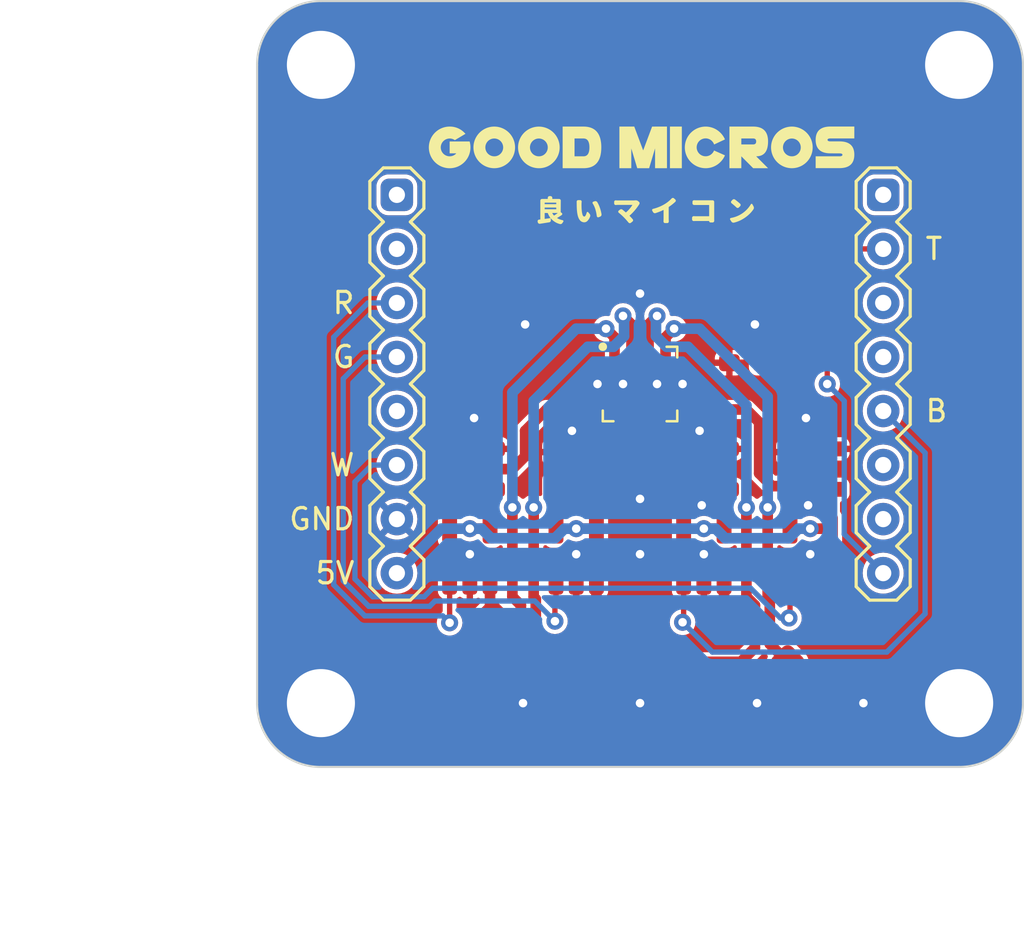
<source format=kicad_pcb>
(kicad_pcb (version 20240108) (generator "pcbnew") (generator_version "8.0")
  (layers (0 "F.Cu" signal) (31 "B.Cu" signal) (34 "B.Paste" user) (35 "F.Paste" user) (36 "B.SilkS" user "B.Silkscreen") (37 "F.SilkS" user "F.Silkscreen") (38 "B.Mask" user) (39 "F.Mask" user) (44 "Edge.Cuts" user))
  (net 0 "")
  (net 1 "GND")
  (net 2 "Net-(D1A-A)")
  (net 3 "Net-(D1B-A)")
  (net 4 "Net-(D1C-A)")
  (net 5 "Net-(D1D-A)")
  (net 6 "/R")
  (net 7 "/G")
  (net 8 "/B")
  (net 9 "/W")
  (net 10 "/Temperature")
  (net 11 "5V")
  (net 20 "Net-(D1D-K)")
  (net 21 "Net-(D1C-K)")
  (net 22 "Net-(D1B-K)")
  (net 23 "Net-(D1A-K)")
  (net 24 "Net-(IC1-SW)")
  (net 25 "Net-(IC2-SW)")
  (net 26 "Net-(IC3-SW)")
  (net 27 "Net-(IC4-SW)")
  (net 28 "Net-(CN2-Pad8)")
  (footprint "SMT:0603" (layer "F.Cu") (at 150.93 98.73 -90)
    (property "Reference" "R4" (hide yes))
    (property "Value" "0R3" (hide yes))
  )
  (footprint "SMT:0805" (layer "F.Cu") (at 140.93 109.73)
    (property "Reference" "C4" (hide yes))
    (property "Value" "10uF" (hide yes))
  )
  (footprint "inductor:CDRH2D11" (layer "F.Cu") (at 140.93 106.73 -90)
    (property "Reference" "L2" (hide yes))
    (property "Value" "4u7" (hide yes))
  )
  (footprint "SMT:0805" (layer "F.Cu") (at 141.93 98.73 90)
    (property "Reference" "C3" (hide yes))
    (property "Value" "10uF" (hide yes))
  )
  (footprint "SMT:0603" (layer "F.Cu") (at 134.93 98.73 -90)
    (property "Reference" "R1" (hide yes))
    (property "Value" "0R3" (hide yes))
  )
  (footprint "SOT:SOT-23-5" (layer "F.Cu") (at 146.93 102.73 90)
    (property "Reference" "IC3" (hide yes))
    (property "Value" "PAM2804AAB010" (hide yes))
  )
  (footprint "SMT:0805" (layer "F.Cu") (at 135.93 109.73)
    (property "Reference" "C2" (hide yes))
    (property "Value" "10uF" (hide yes))
  )
  (footprint "SMT:0805" (layer "F.Cu") (at 152.93 98.73 90)
    (property "Reference" "C7" (hide yes))
    (property "Value" "10uF" (hide yes))
  )
  (footprint "SMT:0805" (layer "F.Cu") (at 151.93 109.73)
    (property "Reference" "C8" (hide yes))
    (property "Value" "10uF" (hide yes))
  )
  (footprint "SMT:3030_8" (layer "F.Cu") (at 143.93 94.73)
    (property "Reference" "D1" (hide yes))
    (property "Value" "QLSP06RGBXWAJ" (hide yes))
  )
  (footprint "pin_headers:1x8" (layer "F.Cu") (at 155.36 93.46)
    (property "Reference" "CN2" (hide yes))
    (property "Value" "1x8" (hide yes))
  )
  (footprint "SOT:SOT-23-5" (layer "F.Cu") (at 140.93 102.73 90)
    (property "Reference" "IC2" (hide yes))
    (property "Value" "PAM2804AAB010" (hide yes))
  )
  (footprint "SMT:0805" (layer "F.Cu") (at 136.93 98.73 90)
    (property "Reference" "C1" (hide yes))
    (property "Value" "10uF" (hide yes))
  )
  (footprint "SOT:SOT-23-5" (layer "F.Cu") (at 151.93 102.73 90)
    (property "Reference" "IC4" (hide yes))
    (property "Value" "PAM2804AAB010" (hide yes))
  )
  (footprint "SMT:0603" (layer "F.Cu") (at 151.93 93.73)
    (property "Reference" "R5" (hide yes))
    (property "Value" "10k" (hide yes))
  )
  (footprint "SMT:0603" (layer "F.Cu") (at 145.93 98.73 -90)
    (property "Reference" "R3" (hide yes))
    (property "Value" "0R3" (hide yes))
  )
  (footprint "inductor:CDRH2D11" (layer "F.Cu") (at 146.93 106.73 -90)
    (property "Reference" "L3" (hide yes))
    (property "Value" "4u7" (hide yes))
  )
  (footprint "SOT:SOT-23-5" (layer "F.Cu") (at 135.93 102.73 90)
    (property "Reference" "IC1" (hide yes))
    (property "Value" "PAM2804AAB010" (hide yes))
  )
  (footprint "SMT:0603" (layer "F.Cu") (at 148.93 93.73)
    (property "Reference" "NTC1" (hide yes))
    (property "Value" "10k" (hide yes))
  )
  (footprint "SMT:0805" (layer "F.Cu") (at 147.93 98.73 90)
    (property "Reference" "C5" (hide yes))
    (property "Value" "10uF" (hide yes))
  )
  (footprint "SMT:0805" (layer "F.Cu") (at 146.93 109.73)
    (property "Reference" "C6" (hide yes))
    (property "Value" "10uF" (hide yes))
  )
  (footprint "SMT:0603" (layer "F.Cu") (at 139.93 98.73 -90)
    (property "Reference" "R2" (hide yes))
    (property "Value" "0R3" (hide yes))
  )
  (footprint "inductor:CDRH2D11" (layer "F.Cu") (at 135.93 106.73 -90)
    (property "Reference" "L1" (hide yes))
    (property "Value" "4u7" (hide yes))
  )
  (footprint "inductor:CDRH2D11" (layer "F.Cu") (at 151.93 106.73 -90)
    (property "Reference" "L4" (hide yes))
    (property "Value" "4u7" (hide yes))
  )
  (footprint "pin_headers:1x8" (layer "F.Cu") (at 132.5 93.46)
    (property "Reference" "CN1" (hide yes))
    (property "Value" "1x8" (hide yes))
  )
  (gr_poly (pts (xy 151.130335 82.631544) (xy 151.193446 82.637689) (xy 151.256145 82.64793) (xy 151.318227 82.662268) (xy 151.379485 82.680703) (xy 151.439715 82.703235) (xy 151.498709 82.729863) (xy 151.556263 82.760588) (xy 151.584303 82.777405) (xy 151.611648 82.795069) (xy 151.638287 82.813556) (xy 151.664206 82.832846) (xy 151.689393 82.852914) (xy 151.713834 82.87374) (xy 151.737517 82.895301) (xy 151.760429 82.917574) (xy 151.782556 82.940538) (xy 151.803887 82.964169) (xy 151.824408 82.988447) (xy 151.844107 83.013348) (xy 151.86297 83.03885) (xy 151.880984 83.064931) (xy 151.898137 83.091569) (xy 151.914417 83.118741) (xy 151.929809 83.146425) (xy 151.944301 83.174599) (xy 151.957881 83.203241) (xy 151.970535 83.232327) (xy 151.982251 83.261837) (xy 151.993016 83.291747) (xy 152.002816 83.322036) (xy 152.01164 83.352681) (xy 152.019473 83.38366) (xy 152.026304 83.41495) (xy 152.032119 83.44653) (xy 152.036906 83.478376) (xy 152.040651 83.510467) (xy 152.043343 83.542781) (xy 152.044967 83.575295) (xy 152.045511 83.607987) (xy 152.044325 83.656518) (xy 152.040754 83.704721) (xy 152.034831 83.752513) (xy 152.026591 83.799815) (xy 152.016066 83.846548) (xy 152.003289 83.892629) (xy 151.988295 83.93798) (xy 151.971115 83.98252) (xy 151.951783 84.026169) (xy 151.930333 84.068846) (xy 151.906798 84.110471) (xy 151.88121 84.150965) (xy 151.853604 84.190246) (xy 151.824012 84.228234) (xy 151.792468 84.26485) (xy 151.759004 84.300013) (xy 151.72384 84.333474) (xy 151.687222 84.365016) (xy 151.649231 84.394606) (xy 151.609949 84.42221) (xy 151.569454 84.447795) (xy 151.527828 84.471328) (xy 151.48515 84.492775) (xy 151.441502 84.512104) (xy 151.396962 84.529281) (xy 151.351612 84.544273) (xy 151.305532 84.557047) (xy 151.258802 84.567569) (xy 151.211503 84.575806) (xy 151.163714 84.581725) (xy 151.115516 84.585293) (xy 151.066999 84.586477) (xy 151.018492 84.585292) (xy 150.970294 84.581723) (xy 150.922505 84.575802) (xy 150.875206 84.567563) (xy 150.828476 84.557039) (xy 150.782397 84.544264) (xy 150.737047 84.529271) (xy 150.692509 84.512092) (xy 150.648861 84.492762) (xy 150.606184 84.471313) (xy 150.564558 84.447779) (xy 150.524065 84.422193) (xy 150.484783 84.394588) (xy 150.446794 84.364997) (xy 150.410177 84.333454) (xy 150.375013 84.299992) (xy 150.341551 84.264828) (xy 150.310007 84.228211) (xy 150.280417 84.190222) (xy 150.252811 84.15094) (xy 150.227225 84.110446) (xy 150.203691 84.068821) (xy 150.182242 84.026144) (xy 150.162911 83.982496) (xy 150.145733 83.937957) (xy 150.130739 83.892607) (xy 150.117964 83.846528) (xy 150.107441 83.799798) (xy 150.099202 83.752499) (xy 150.093282 83.70471) (xy 150.089712 83.656513) (xy 150.088764 83.617658) (xy 150.648676 83.617658) (xy 150.649457 83.635878) (xy 150.651045 83.654161) (xy 150.653451 83.672486) (xy 150.656687 83.690832) (xy 150.660728 83.709017) (xy 150.665527 83.726866) (xy 150.671067 83.744362) (xy 150.677327 83.76149) (xy 150.684288 83.778233) (xy 150.691931 83.794577) (xy 150.700237 83.810506) (xy 150.709186 83.826003) (xy 150.718759 83.841053) (xy 150.728938 83.855639) (xy 150.739702 83.869748) (xy 150.751033 83.883361) (xy 150.762911 83.896465) (xy 150.775318 83.909042) (xy 150.788233 83.921078) (xy 150.801638 83.932556) (xy 150.815513 83.94346) (xy 150.82984 83.953776) (xy 150.844598 83.963486) (xy 150.85977 83.972576) (xy 150.875335 83.98103) (xy 150.891274 83.988831) (xy 150.907568 83.995964) (xy 150.924198 84.002413) (xy 150.941145 84.008163) (xy 150.958389 84.013197) (xy 150.975911 84.0175) (xy 150.993692 84.021057) (xy 151.011713 84.02385) (xy 151.029955 84.025866) (xy 151.048398 84.027087) (xy 151.067022 84.027497) (xy 151.087863 84.027254) (xy 151.108567 84.025947) (xy 151.129096 84.023592) (xy 151.149413 84.020204) (xy 151.169482 84.015799) (xy 151.189266 84.010391) (xy 151.208727 84.003998) (xy 151.227828 83.996632) (xy 151.246533 83.988311) (xy 151.264805 83.97905) (xy 151.282605 83.968863) (xy 151.299899 83.957766) (xy 151.316647 83.945775) (xy 151.332814 83.932905) (xy 151.348362 83.919171) (xy 151.363254 83.904588) (xy 151.363251 83.904588) (xy 151.376114 83.891113) (xy 151.388275 83.877194) (xy 151.399731 83.862858) (xy 151.410481 83.848127) (xy 151.420522 83.833027) (xy 151.429851 83.817584) (xy 151.438465 83.80182) (xy 151.446364 83.785762) (xy 151.453543 83.769434) (xy 151.460001 83.752861) (xy 151.465736 83.736068) (xy 151.470744 83.719078) (xy 151.475024 83.701918) (xy 151.478573 83.684612) (xy 151.481388 83.667184) (xy 151.483468 83.649659) (xy 151.48481 83.632063) (xy 151.485411 83.614419) (xy 151.485269 83.596753) (xy 151.484381 83.57909) (xy 151.482746 83.561453) (xy 151.480361 83.543869) (xy 151.477223 83.526361) (xy 151.47333 83.508954) (xy 151.468679 83.491674) (xy 151.463269 83.474544) (xy 151.457096 83.45759) (xy 151.450159 83.440836) (xy 151.442454 83.424308) (xy 151.433981 83.408029) (xy 151.424735 83.392026) (xy 151.414715 83.376321) (xy 151.404013 83.361073) (xy 151.392739 83.346427) (xy 151.380917 83.33239) (xy 151.368571 83.318969) (xy 151.355724 83.306172) (xy 151.342401 83.294005) (xy 151.328625 83.282476) (xy 151.31442 83.271593) (xy 151.29981 83.261361) (xy 151.284818 83.251789) (xy 151.269469 83.242884) (xy 151.253785 83.234652) (xy 151.237792 83.227102) (xy 151.221513 83.22024) (xy 151.204971 83.214073) (xy 151.188191 83.208609) (xy 151.171196 83.203855) (xy 151.15401 83.199818) (xy 151.136657 83.196505) (xy 151.11916 83.193924) (xy 151.101544 83.192082) (xy 151.083832 83.190985) (xy 151.066048 83.190642) (xy 151.048217 83.191058) (xy 151.03036 83.192243) (xy 151.012504 83.194202) (xy 150.99467 83.196943) (xy 150.976884 83.200473) (xy 150.959169 83.204799) (xy 150.941548 83.209929) (xy 150.924046 83.215869) (xy 150.906687 83.222628) (xy 150.889641 83.230144) (xy 150.873075 83.238339) (xy 150.856998 83.24719) (xy 150.841424 83.256676) (xy 150.826363 83.266774) (xy 150.811827 83.277464) (xy 150.797829 83.288721) (xy 150.784379 83.300526) (xy 150.77149 83.312856) (xy 150.759173 83.325688) (xy 150.747441 83.339002) (xy 150.736303 83.352774) (xy 150.725773 83.366984) (xy 150.715863 83.381608) (xy 150.706583 83.396626) (xy 150.697945 83.412015) (xy 150.689962 83.427754) (xy 150.682645 83.44382) (xy 150.676005 83.460191) (xy 150.670055 83.476846) (xy 150.664806 83.493762) (xy 150.660269 83.510919) (xy 150.656457 83.528292) (xy 150.653382 83.545862) (xy 150.651054 83.563605) (xy 150.649486 83.5815) (xy 150.648689 83.599525) (xy 150.648676 83.617658) (xy 150.088764 83.617658) (xy 150.088528 83.607986) (xy 150.090696 83.54278) (xy 150.097132 83.478376) (xy 150.107734 83.41495) (xy 150.122398 83.352681) (xy 150.141022 83.291747) (xy 150.163502 83.232327) (xy 150.189735 83.174599) (xy 150.219619 83.118741) (xy 150.253052 83.064931) (xy 150.289929 83.013348) (xy 150.330148 82.964169) (xy 150.373606 82.917574) (xy 150.4202 82.87374) (xy 150.469828 82.832846) (xy 150.522386 82.795069) (xy 150.577772 82.760588) (xy 150.635326 82.729863) (xy 150.694321 82.703235) (xy 150.754551 82.680703) (xy 150.815809 82.662268) (xy 150.877891 82.64793) (xy 150.940591 82.637689) (xy 151.003701 82.631544) (xy 151.067018 82.629495)) (fill solid) (layer "F.SilkS"))
  (gr_poly (pts (xy 145.479119 85.982709) (xy 145.482473 85.982939) (xy 145.4858 85.983326) (xy 145.489096 85.983869) (xy 145.492356 85.984565) (xy 145.495574 85.985413) (xy 145.498746 85.986411) (xy 145.501865 85.987556) (xy 145.504927 85.988846) (xy 145.507926 85.99028) (xy 145.510858 85.991854) (xy 145.513717 85.993568) (xy 145.516498 85.99542) (xy 145.519195 85.997406) (xy 145.521804 85.999525) (xy 145.52432 86.001775) (xy 145.586879 86.057342) (xy 145.589835 86.06001) (xy 145.59262 86.062825) (xy 145.59523 86.065779) (xy 145.597662 86.068861) (xy 145.599911 86.072066) (xy 145.601973 86.075383) (xy 145.603846 86.078804) (xy 145.605525 86.082322) (xy 145.607006 86.085927) (xy 145.608286 86.089611) (xy 145.609362 86.093366) (xy 145.610229 86.097184) (xy 145.610883 86.101055) (xy 145.611321 86.104972) (xy 145.61154 86.108926) (xy 145.611535 86.112908) (xy 145.611495 86.116683) (xy 145.611251 86.12043) (xy 145.610808 86.124143) (xy 145.610169 86.127814) (xy 145.609337 86.131435) (xy 145.608314 86.134999) (xy 145.607105 86.1385) (xy 145.605712 86.141928) (xy 145.604139 86.145278) (xy 145.602389 86.148542) (xy 145.600465 86.151711) (xy 145.598371 86.15478) (xy 145.596109 86.157741) (xy 145.593683 86.160586) (xy 145.591096 86.163308) (xy 145.588351 86.165899) (xy 145.552969 86.19825) (xy 145.516948 86.229867) (xy 145.480301 86.260739) (xy 145.443038 86.290859) (xy 145.405173 86.320216) (xy 145.366715 86.348802) (xy 145.327677 86.376607) (xy 145.288071 86.403623) (xy 145.28807 86.403622) (xy 145.287505 86.403917) (xy 145.286954 86.40423) (xy 145.286417 86.404562) (xy 145.285895 86.404911) (xy 145.285388 86.405278) (xy 145.284897 86.405661) (xy 145.284421 86.406061) (xy 145.283961 86.406477) (xy 145.283517 86.406907) (xy 145.28309 86.407353) (xy 145.28268 86.407812) (xy 145.282287 86.408285) (xy 145.281911 86.408771) (xy 145.281553 86.40927) (xy 145.281214 86.409781) (xy 145.280892 86.410304) (xy 145.28059 86.410837) (xy 145.280306 86.411381) (xy 145.280042 86.411935) (xy 145.279797 86.412499) (xy 145.279572 86.413071) (xy 145.279367 86.413652) (xy 145.279183 86.414241) (xy 145.27902 86.414838) (xy 145.278878 86.415441) (xy 145.278757 86.416051) (xy 145.278659 86.416666) (xy 145.278582 86.417287) (xy 145.278527 86.417913) (xy 145.278496 86.418543) (xy 145.278487 86.419177) (xy 145.278501 86.419814) (xy 145.278501 86.964442) (xy 145.282549 87.092135) (xy 145.282509 87.095618) (xy 145.282306 87.099082) (xy 145.281941 87.102521) (xy 145.281416 87.10593) (xy 145.280734 87.109304) (xy 145.279897 87.112636) (xy 145.278906 87.115923) (xy 145.277763 87.119158) (xy 145.276472 87.122337) (xy 145.275032 87.125453) (xy 145.273447 87.128502) (xy 145.271719 87.131478) (xy 145.269849 87.134376) (xy 145.26784 87.137191) (xy 145.265694 87.139918) (xy 145.263412 87.14255) (xy 145.261024 87.145248) (xy 145.258502 87.147792) (xy 145.255854 87.150179) (xy 145.253087 87.152406) (xy 145.250209 87.154469) (xy 145.247227 87.156365) (xy 145.244148 87.15809) (xy 145.240982 87.159641) (xy 145.237734 87.161014) (xy 145.234413 87.162207) (xy 145.231026 87.163214) (xy 145.22758 87.164034) (xy 145.224084 87.164663) (xy 145.220545 87.165096) (xy 145.21697 87.165331) (xy 145.213367 87.165365) (xy 145.105913 87.165365) (xy 145.102135 87.165405) (xy 145.098382 87.165233) (xy 145.094662 87.164854) (xy 145.090983 87.16427) (xy 145.087353 87.163484) (xy 145.083779 87.162501) (xy 145.080271 87.161324) (xy 145.076835 87.159956) (xy 145.07348 87.1584) (xy 145.070213 87.156661) (xy 145.067044 87.15474) (xy 145.063978 87.152643) (xy 145.061026 87.150372) (xy 145.058194 87.14793) (xy 145.05549 87.145322) (xy 145.052923 87.14255) (xy 145.050503 87.139876) (xy 145.048227 87.137098) (xy 145.046096 87.134223) (xy 145.044113 87.131257) (xy 145.04228 87.128205) (xy 145.0406 87.125074) (xy 145.039074 87.121868) (xy 145.037705 87.118595) (xy 145.036496 87.115259) (xy 145.035448 87.111867) (xy 145.034564 87.108425) (xy 145.033847 87.104938) (xy 145.033297 87.101412) (xy 145.032919 87.097854) (xy 145.032713 87.094269) (xy 145.032683 87.090662) (xy 145.036731 86.964442) (xy 145.036731 86.555603) (xy 145.036735 86.555201) (xy 145.036715 86.554802) (xy 145.036672 86.554408) (xy 145.036605 86.554018) (xy 145.036516 86.553635) (xy 145.036404 86.553258) (xy 145.03627 86.552889) (xy 145.036115 86.552529) (xy 145.035938 86.552179) (xy 145.035742 86.55184) (xy 145.035525 86.551512) (xy 145.035288 86.551197) (xy 145.035033 86.550895) (xy 145.034758 86.550609) (xy 145.034465 86.550337) (xy 145.034155 86.550083) (xy 145.033727 86.549954) (xy 145.033295 86.549843) (xy 145.03286 86.549749) (xy 145.032423 86.549671) (xy 145.031984 86.549611) (xy 145.031543 86.549569) (xy 145.031101 86.549543) (xy 145.030659 86.549534) (xy 145.030216 86.549543) (xy 145.029774 86.549569) (xy 145.029333 86.549611) (xy 145.028894 86.549671) (xy 145.028457 86.549749) (xy 145.028022 86.549843) (xy 145.027591 86.549954) (xy 145.027162 86.550083) (xy 144.982502 86.57169) (xy 144.937432 86.592392) (xy 144.891966 86.612184) (xy 144.846117 86.631058) (xy 144.799899 86.64901) (xy 144.753326 86.666035) (xy 144.706412 86.682127) (xy 144.659171 86.69728) (xy 144.655552 86.698448) (xy 144.651893 86.699468) (xy 144.648199 86.700339) (xy 144.644475 86.701061) (xy 144.640725 86.701631) (xy 144.636953 86.702051) (xy 144.633164 86.702318) (xy 144.629363 86.702432) (xy 144.626985 86.702381) (xy 144.624611 86.702267) (xy 144.622244 86.702092) (xy 144.619884 86.701856) (xy 144.617533 86.701559) (xy 144.615191 86.701201) (xy 144.61286 86.700782) (xy 144.610541 86.700304) (xy 144.608236 86.699765) (xy 144.605944 86.699166) (xy 144.603668 86.698508) (xy 144.601409 86.697791) (xy 144.599168 86.697015) (xy 144.596946 86.69618) (xy 144.594744 86.695287) (xy 144.592564 86.694335) (xy 144.588596 86.692646) (xy 144.58471 86.690805) (xy 144.58091 86.688815) (xy 144.577198 86.68668) (xy 144.573581 86.684403) (xy 144.57006 86.681987) (xy 144.56664 86.679436) (xy 144.563325 86.676752) (xy 144.560119 86.673939) (xy 144.557025 86.671001) (xy 144.554048 86.66794) (xy 144.551191 86.66476) (xy 144.548458 86.661464) (xy 144.545853 86.658055) (xy 144.543381 86.654537) (xy 144.541044 86.650913) (xy 144.504247 86.584306) (xy 144.503322 86.582681) (xy 144.502452 86.581029) (xy 144.501636 86.579353) (xy 144.500875 86.577655) (xy 144.500169 86.575934) (xy 144.499518 86.574194) (xy 144.498924 86.572434) (xy 144.498385 86.570657) (xy 144.497903 86.568864) (xy 144.497479 86.567055) (xy 144.497111 86.565234) (xy 144.496802 86.5634) (xy 144.496551 86.561556) (xy 144.496358 86.559702) (xy 144.496225 86.55784) (xy 144.496151 86.555971) (xy 144.496185 86.554376) (xy 144.496262 86.552784) (xy 144.49638 86.551196) (xy 144.496541 86.549613) (xy 144.496743 86.548036) (xy 144.496987 86.546466) (xy 144.497272 86.544904) (xy 144.497599 86.54335) (xy 144.497966 86.541805) (xy 144.498374 86.54027) (xy 144.498823 86.538746) (xy 144.499313 86.537233) (xy 144.499842 86.535733) (xy 144.500412 86.534246) (xy 144.501021 86.532774) (xy 144.501671 86.531316) (xy 144.50303 86.528057) (xy 144.504587 86.524918) (xy 144.506334 86.521906) (xy 144.508262 86.519028) (xy 144.510363 86.516291) (xy 144.51263 86.513702) (xy 144.515052 86.511267) (xy 144.517623 86.508995) (xy 144.520333 86.50689) (xy 144.523175 86.504961) (xy 144.52614 86.503215) (xy 144.529219 86.501658) (xy 144.532405 86.500297) (xy 144.535688 86.499139) (xy 144.539061 86.498191) (xy 144.542516 86.497461) (xy 144.616133 86.478142) (xy 144.688855 86.455983) (xy 144.760601 86.431017) (xy 144.831289 86.403278) (xy 144.900841 86.372799) (xy 144.969174 86.339614) (xy 145.036209 86.303755) (xy 145.101865 86.265257) (xy 145.14453 86.237985) (xy 145.186228 86.209331) (xy 145.226926 86.179321) (xy 145.266593 86.147982) (xy 145.305195 86.115341) (xy 145.342701 86.081424) (xy 145.379076 86.046259) (xy 145.414289 86.009871) (xy 145.41696 86.006971) (xy 145.419757 86.004216) (xy 145.422675 86.00161) (xy 145.425706 85.999155) (xy 145.428846 85.996855) (xy 145.432087 85.994712) (xy 145.435424 85.992731) (xy 145.438851 85.990913) (xy 145.442361 85.989262) (xy 145.445949 85.987782) (xy 145.449607 85.986474) (xy 145.453331 85.985342) (xy 145.457114 85.98439) (xy 145.460949 85.98362) (xy 145.464831 85.983035) (xy 145.468754 85.982639) (xy 145.475745 85.982639)) (fill solid) (layer "F.SilkS"))
  (gr_poly (pts (xy 137.077801 84.586477) (xy 137.077764 84.586477) (xy 137.077778 84.586477)) (fill solid) (layer "F.SilkS"))
  (gr_poly (pts (xy 137.126353 82.630681) (xy 137.174546 82.63425) (xy 137.22233 82.640171) (xy 137.269626 82.64841) (xy 137.316353 82.658933) (xy 137.36243 82.671709) (xy 137.407777 82.686702) (xy 137.452314 82.70388) (xy 137.495961 82.723211) (xy 137.538637 82.74466) (xy 137.580262 82.768194) (xy 137.620755 82.79378) (xy 137.660037 82.821385) (xy 137.698026 82.850976) (xy 137.734643 82.882519) (xy 137.769807 82.915981) (xy 137.803269 82.951145) (xy 137.834812 82.987762) (xy 137.864403 83.025751) (xy 137.892008 83.065033) (xy 137.917594 83.105527) (xy 137.941128 83.147152) (xy 137.962577 83.189829) (xy 137.981907 83.233477) (xy 137.999086 83.278016) (xy 138.014079 83.323365) (xy 138.026854 83.369445) (xy 138.037378 83.416174) (xy 138.045617 83.463474) (xy 138.051537 83.511262) (xy 138.055107 83.55946) (xy 138.056292 83.607987) (xy 138.05514 83.656531) (xy 138.051601 83.704747) (xy 138.045707 83.752555) (xy 138.037493 83.799872) (xy 138.026991 83.84662) (xy 138.014234 83.892718) (xy 137.999256 83.938084) (xy 137.98209 83.98264) (xy 137.96277 84.026304) (xy 137.941329 84.068996) (xy 137.917799 84.110636) (xy 137.892215 84.151143) (xy 137.864609 84.190437) (xy 137.835015 84.228437) (xy 137.803467 84.265062) (xy 137.769996 84.300234) (xy 137.734822 84.333701) (xy 137.698194 84.365247) (xy 137.660192 84.394838) (xy 137.620897 84.422441) (xy 137.580388 84.448022) (xy 137.538748 84.471549) (xy 137.496055 84.492987) (xy 137.452391 84.512304) (xy 137.407836 84.529466) (xy 137.362471 84.544441) (xy 137.316375 84.557194) (xy 137.26963 84.567692) (xy 137.222316 84.575903) (xy 137.174513 84.581793) (xy 137.126303 84.585329) (xy 137.077778 84.586477) (xy 137.029275 84.58531) (xy 136.981078 84.581756) (xy 136.933289 84.575849) (xy 136.885989 84.567622) (xy 136.839259 84.557109) (xy 136.793179 84.544343) (xy 136.747829 84.529357) (xy 136.70329 84.512184) (xy 136.659643 84.492858) (xy 136.616967 84.471412) (xy 136.575343 84.447879) (xy 136.534851 84.422292) (xy 136.495573 84.394686) (xy 136.457587 84.365092) (xy 136.420975 84.333545) (xy 136.385818 84.300077) (xy 136.352364 84.264907) (xy 136.32083 84.228284) (xy 136.291251 84.190287) (xy 136.263659 84.150998) (xy 136.238088 84.110497) (xy 136.21457 84.068864) (xy 136.19314 84.02618) (xy 136.173831 83.982525) (xy 136.156675 83.93798) (xy 136.141706 83.892624) (xy 136.128957 83.84654) (xy 136.118461 83.799805) (xy 136.110252 83.752503) (xy 136.104364 83.704712) (xy 136.100828 83.656512) (xy 136.099894 83.6171) (xy 136.659303 83.6171) (xy 136.660077 83.635335) (xy 136.661657 83.653635) (xy 136.664057 83.671977) (xy 136.667287 83.69034) (xy 136.671323 83.708543) (xy 136.676118 83.726409) (xy 136.681654 83.743922) (xy 136.68791 83.761068) (xy 136.694869 83.777829) (xy 136.702511 83.794191) (xy 136.710816 83.810137) (xy 136.719765 83.825651) (xy 136.729339 83.840719) (xy 136.739519 83.855323) (xy 136.750285 83.869448) (xy 136.761619 83.883079) (xy 136.773501 83.8962) (xy 136.785912 83.908794) (xy 136.798832 83.920846) (xy 136.812242 83.932341) (xy 136.826124 83.943261) (xy 136.840458 83.953593) (xy 136.855224 83.963319) (xy 136.870403 83.972424) (xy 136.885977 83.980893) (xy 136.901926 83.988708) (xy 136.91823 83.995856) (xy 136.934871 84.002319) (xy 136.951829 84.008082) (xy 136.969085 84.013129) (xy 136.986619 84.017445) (xy 137.004414 84.021014) (xy 137.022448 84.023819) (xy 137.040704 84.025845) (xy 137.059161 84.027077) (xy 137.077801 84.027497) (xy 137.098667 84.027272) (xy 137.119395 84.02598) (xy 137.13995 84.023638) (xy 137.160293 84.02026) (xy 137.180387 84.015863) (xy 137.200196 84.010461) (xy 137.219682 84.00407) (xy 137.238808 83.996706) (xy 137.257538 83.988383) (xy 137.275832 83.979118) (xy 137.293656 83.968925) (xy 137.310971 83.95782) (xy 137.32774 83.945819) (xy 137.343927 83.932936) (xy 137.359493 83.919187) (xy 137.374403 83.904588) (xy 137.387281 83.891106) (xy 137.399458 83.87718) (xy 137.410929 83.862835) (xy 137.421694 83.848096) (xy 137.431748 83.832987) (xy 137.441091 83.817534) (xy 137.449719 83.80176) (xy 137.45763 83.785692) (xy 137.464821 83.769353) (xy 137.471291 83.752768) (xy 137.477037 83.735962) (xy 137.482056 83.71896) (xy 137.486346 83.701787) (xy 137.489905 83.684467) (xy 137.492729 83.667025) (xy 137.494817 83.649487) (xy 137.496167 83.631876) (xy 137.496775 83.614218) (xy 137.49664 83.596536) (xy 137.495759 83.578857) (xy 137.494129 83.561205) (xy 137.491749 83.543605) (xy 137.488615 83.526081) (xy 137.484725 83.508658) (xy 137.480078 83.491361) (xy 137.474669 83.474214) (xy 137.468498 83.457243) (xy 137.461562 83.440473) (xy 137.453857 83.423927) (xy 137.445383 83.407631) (xy 137.436135 83.39161) (xy 137.426113 83.375888) (xy 137.415408 83.360623) (xy 137.40413 83.34596) (xy 137.392304 83.331906) (xy 137.379953 83.318469) (xy 137.3671 83.305656) (xy 137.353771 83.293473) (xy 137.339987 83.281929) (xy 137.325775 83.27103) (xy 137.311156 83.260784) (xy 137.296155 83.251197) (xy 137.280797 83.242278) (xy 137.265104 83.234033) (xy 137.2491 83.226469) (xy 137.23281 83.219595) (xy 137.216256 83.213416) (xy 137.199464 83.20794) (xy 137.182456 83.203175) (xy 137.165258 83.199127) (xy 137.147891 83.195804) (xy 137.130381 83.193213) (xy 137.11275 83.191362) (xy 137.095024 83.190257) (xy 137.077225 83.189905) (xy 137.059378 83.190315) (xy 137.041506 83.191492) (xy 137.023634 83.193445) (xy 137.005784 83.196181) (xy 136.987981 83.199706) (xy 136.970249 83.204028) (xy 136.952611 83.209155) (xy 136.935092 83.215093) (xy 136.917714 83.22185) (xy 136.900651 83.229365) (xy 136.884067 83.237559) (xy 136.867973 83.246411) (xy 136.852381 83.255898) (xy 136.837303 83.265998) (xy 136.82275 83.27669) (xy 136.808735 83.287951) (xy 136.795268 83.29976) (xy 136.782363 83.312094) (xy 136.770029 83.324932) (xy 136.75828 83.338251) (xy 136.747127 83.352031) (xy 136.736582 83.366247) (xy 136.726656 83.38088) (xy 136.717361 83.395907) (xy 136.70871 83.411305) (xy 136.700712 83.427053) (xy 136.693381 83.443129) (xy 136.686729 83.459512) (xy 136.680766 83.476178) (xy 136.675504 83.493106) (xy 136.670956 83.510275) (xy 136.667133 83.527662) (xy 136.664047 83.545245) (xy 136.661709 83.563002) (xy 136.660131 83.580912) (xy 136.659325 83.598952) (xy 136.659303 83.6171) (xy 136.099894 83.6171) (xy 136.099679 83.607986) (xy 136.100865 83.559466) (xy 136.104434 83.511276) (xy 136.110353 83.463494) (xy 136.11859 83.416203) (xy 136.12911 83.369481) (xy 136.14188 83.32341) (xy 136.156868 83.278069) (xy 136.17404 83.233538) (xy 136.193362 83.189898) (xy 136.214803 83.147228) (xy 136.238328 83.10561) (xy 136.263904 83.065123) (xy 136.291498 83.025847) (xy 136.321076 82.987863) (xy 136.352607 82.95125) (xy 136.386055 82.91609) (xy 136.421205 82.88263) (xy 136.457808 82.851088) (xy 136.495782 82.821497) (xy 136.535049 82.793891) (xy 136.575528 82.768302) (xy 136.617138 82.744765) (xy 136.6598 82.723311) (xy 136.703433 82.703974) (xy 136.747957 82.686788) (xy 136.793291 82.671786) (xy 136.839356 82.659001) (xy 136.886072 82.648467) (xy 136.933357 82.640216) (xy 136.981132 82.634281) (xy 137.029317 82.630697) (xy 137.077831 82.629496)) (fill solid) (layer "F.SilkS"))
  (gr_poly (pts (xy 141.83679 86.134721) (xy 141.840943 86.134978) (xy 141.84508 86.135391) (xy 141.849197 86.13596) (xy 141.85329 86.136683) (xy 141.857354 86.13756) (xy 141.861385 86.138589) (xy 141.865378 86.139772) (xy 141.869557 86.141102) (xy 141.873656 86.142613) (xy 141.877672 86.144301) (xy 141.881598 86.146163) (xy 141.885429 86.148195) (xy 141.889161 86.150392) (xy 141.892788 86.152751) (xy 141.896304 86.155268) (xy 141.899705 86.157939) (xy 141.902985 86.16076) (xy 141.90614 86.163728) (xy 141.909163 86.166837) (xy 141.91205 86.170085) (xy 141.914795 86.173467) (xy 141.917394 86.176979) (xy 141.91984 86.180619) (xy 141.938765 86.213046) (xy 141.956756 86.245975) (xy 141.973805 86.279384) (xy 141.989903 86.313254) (xy 142.005039 86.347565) (xy 142.019206 86.382295) (xy 142.032393 86.417424) (xy 142.044592 86.452933) (xy 142.057169 86.489917) (xy 142.068881 86.527169) (xy 142.079723 86.564672) (xy 142.089693 86.60241) (xy 142.098786 86.64037) (xy 142.106998 86.678535) (xy 142.114326 86.716891) (xy 142.120766 86.755421) (xy 142.120766 86.770142) (xy 142.120666 86.773489) (xy 142.12045 86.776825) (xy 142.120119 86.780144) (xy 142.119673 86.783445) (xy 142.119112 86.786725) (xy 142.118439 86.78998) (xy 142.117654 86.793208) (xy 142.116757 86.796406) (xy 142.11575 86.799571) (xy 142.114633 86.8027) (xy 142.113407 86.80579) (xy 142.112074 86.808839) (xy 142.110633 86.811842) (xy 142.109087 86.814798) (xy 142.107435 86.817704) (xy 142.105678 86.820556) (xy 142.1034 86.824232) (xy 142.100975 86.827797) (xy 142.098409 86.831247) (xy 142.095706 86.834579) (xy 142.09287 86.837789) (xy 142.089906 86.840872) (xy 142.086817 86.843826) (xy 142.083609 86.846647) (xy 142.080285 86.849332) (xy 142.076851 86.851875) (xy 142.07331 86.854275) (xy 142.069667 86.856526) (xy 142.065925 86.858626) (xy 142.062091 86.860571) (xy 142.058167 86.862356) (xy 142.054158 86.863979) (xy 141.9824 86.891211) (xy 141.981 86.891692) (xy 141.979591 86.892144) (xy 141.978174 86.892566) (xy 141.976749 86.892957) (xy 141.975316 86.893318) (xy 141.973877 86.893648) (xy 141.972431 86.893948) (xy 141.97098 86.894218) (xy 141.969523 86.894456) (xy 141.968062 86.894664) (xy 141.966596 86.894841) (xy 141.965126 86.894987) (xy 141.963652 86.895101) (xy 141.962176 86.895185) (xy 141.960697 86.895238) (xy 141.959216 86.895259) (xy 141.95714 86.895157) (xy 141.955073 86.894987) (xy 141.953016 86.894749) (xy 141.95097 86.894443) (xy 141.948938 86.89407) (xy 141.946921 86.893631) (xy 141.944921 86.893126) (xy 141.942939 86.892555) (xy 141.940977 86.89192) (xy 141.939036 86.891219) (xy 141.937119 86.890455) (xy 141.935226 86.889627) (xy 141.93336 86.888736) (xy 141.931522 86.887783) (xy 141.929713 86.886768) (xy 141.927936 86.885691) (xy 141.926355 86.884776) (xy 141.924809 86.883816) (xy 141.921825 86.881765) (xy 141.91899 86.879547) (xy 141.916309 86.877169) (xy 141.913787 86.874641) (xy 141.911429 86.87197) (xy 141.909243 86.869166) (xy 141.907232 86.866237) (xy 141.905402 86.863192) (xy 141.903759 86.860038) (xy 141.902308 86.856785) (xy 141.901056 86.853441) (xy 141.900006 86.850014) (xy 141.899165 86.846513) (xy 141.898538 86.842947) (xy 141.898306 86.841142) (xy 141.89813 86.839324) (xy 141.883721 86.745814) (xy 141.875507 86.701167) (xy 141.866621 86.657927) (xy 141.857061 86.616092) (xy 141.846829 86.575663) (xy 141.835925 86.53664) (xy 141.824347 86.499023) (xy 141.812097 86.462812) (xy 141.799175 86.428007) (xy 141.785579 86.394607) (xy 141.771311 86.362613) (xy 141.75637 86.332025) (xy 141.740756 86.302843) (xy 141.72447 86.275067) (xy 141.707511 86.248697) (xy 141.707508 86.248697) (xy 141.706227 86.246792) (xy 141.705022 86.244846) (xy 141.703893 86.24286) (xy 141.70284 86.240837) (xy 141.701865 86.238779) (xy 141.700969 86.236688) (xy 141.700151 86.234566) (xy 141.699413 86.232416) (xy 141.698756 86.23024) (xy 141.69818 86.228041) (xy 141.697685 86.22582) (xy 141.697274 86.22358) (xy 141.696946 86.221323) (xy 141.696702 86.219052) (xy 141.696543 86.216768) (xy 141.696469 86.214474) (xy 141.69652 86.212279) (xy 141.696648 86.210089) (xy 141.696855 86.207907) (xy 141.697139 86.205734) (xy 141.6975 86.203573) (xy 141.697938 86.201425) (xy 141.698453 86.199293) (xy 141.699045 86.197179) (xy 141.7 86.193825) (xy 141.701173 86.190574) (xy 141.702556 86.187432) (xy 141.704141 86.184408) (xy 141.705919 86.181511) (xy 141.707882 86.178749) (xy 141.710021 86.17613) (xy 141.712329 86.173663) (xy 141.714796 86.171355) (xy 141.717415 86.169216) (xy 141.720177 86.167253) (xy 141.723074 86.165475) (xy 141.726098 86.163891) (xy 141.729239 86.162508) (xy 141.732491 86.161334) (xy 141.735844 86.160379) (xy 141.795827 86.139771) (xy 141.800334 86.138569) (xy 141.804875 86.137525) (xy 141.809448 86.13664) (xy 141.814047 86.135914) (xy 141.818669 86.135349) (xy 141.823308 86.134944) (xy 141.827962 86.134701) (xy 141.832626 86.13462)) (fill solid) (layer "F.SilkS"))
  (gr_poly (pts (xy 135.03 82.63) (xy 135.078358 82.632994) (xy 135.12631 82.638442) (xy 135.173768 82.646307) (xy 135.220646 82.656554) (xy 135.266857 82.669146) (xy 135.312314 82.684048) (xy 135.35693 82.701223) (xy 135.400619 82.720637) (xy 135.443293 82.742252) (xy 135.484866 82.766032) (xy 135.525251 82.791943) (xy 135.564362 82.819947) (xy 135.60211 82.850009) (xy 135.638411 82.882092) (xy 135.673176 82.916162) (xy 135.686613 82.929639) (xy 135.700085 82.943393) (xy 135.706673 82.950287) (xy 135.713074 82.957147) (xy 135.719226 82.963938) (xy 135.725063 82.970625) (xy 135.225698 83.267226) (xy 135.201282 83.251192) (xy 135.176035 83.237007) (xy 135.150057 83.22468) (xy 135.123448 83.214217) (xy 135.096306 83.205626) (xy 135.068731 83.198912) (xy 135.040824 83.194084) (xy 135.012683 83.191148) (xy 134.984409 83.190111) (xy 134.9561 83.19098) (xy 134.927857 83.193763) (xy 134.899779 83.198465) (xy 134.871965 83.205096) (xy 134.844516 83.21366) (xy 134.81753 83.224166) (xy 134.791108 83.23662) (xy 134.778207 83.243543) (xy 134.765613 83.250875) (xy 134.753333 83.258604) (xy 134.741375 83.266721) (xy 134.729743 83.275214) (xy 134.718446 83.284073) (xy 134.707489 83.293287) (xy 134.696879 83.302846) (xy 134.686623 83.312739) (xy 134.676727 83.322955) (xy 134.667197 83.333484) (xy 134.658041 83.344315) (xy 134.649264 83.355437) (xy 134.640873 83.366841) (xy 134.632875 83.378514) (xy 134.625276 83.390447) (xy 134.618083 83.402629) (xy 134.611302 83.415049) (xy 134.60494 83.427696) (xy 134.599003 83.440561) (xy 134.593498 83.453632) (xy 134.588432 83.466899) (xy 134.58381 83.48035) (xy 134.57964 83.493976) (xy 134.575928 83.507766) (xy 134.57268 83.521709) (xy 134.569903 83.535795) (xy 134.567603 83.550012) (xy 134.565788 83.56435) (xy 134.564463 83.578799) (xy 134.563636 83.593348) (xy 134.563312 83.607987) (xy 134.564466 83.639589) (xy 134.567948 83.670696) (xy 134.573689 83.701204) (xy 134.581617 83.731009) (xy 134.591664 83.760004) (xy 134.603759 83.788086) (xy 134.617832 83.81515) (xy 134.633815 83.841092) (xy 134.651636 83.865806) (xy 134.671227 83.889188) (xy 134.692516 83.911134) (xy 134.715435 83.931538) (xy 134.739913 83.950297) (xy 134.765881 83.967305) (xy 134.793269 83.982457) (xy 134.822007 83.99565) (xy 134.851653 84.006649) (xy 134.881731 84.015309) (xy 134.912118 84.021652) (xy 134.94269 84.025704) (xy 134.973323 84.02749) (xy 135.003895 84.027034) (xy 135.034282 84.024361) (xy 135.06436 84.019495) (xy 135.094006 84.012461) (xy 135.123097 84.003283) (xy 135.151508 83.991987) (xy 135.179118 83.978596) (xy 135.205802 83.963135) (xy 135.231436 83.945629) (xy 135.255899 83.926102) (xy 135.279065 83.90458) (xy 135.29304 83.88766) (xy 134.981351 83.88766) (xy 134.981351 83.329785) (xy 135.920467 83.329785) (xy 135.929742 83.363965) (xy 135.937783 83.398422) (xy 135.944585 83.433121) (xy 135.950143 83.46803) (xy 135.954452 83.503115) (xy 135.957508 83.538342) (xy 135.959306 83.573679) (xy 135.959842 83.609091) (xy 135.958655 83.657623) (xy 135.955084 83.705825) (xy 135.949162 83.753617) (xy 135.940922 83.80092) (xy 135.930396 83.847652) (xy 135.91762 83.893734) (xy 135.902625 83.939084) (xy 135.885445 83.983624) (xy 135.866114 84.027273) (xy 135.844663 84.06995) (xy 135.821128 84.111575) (xy 135.79554 84.152069) (xy 135.767934 84.19135) (xy 135.738342 84.229339) (xy 135.706798 84.265954) (xy 135.673335 84.301117) (xy 135.63817 84.334578) (xy 135.601552 84.36612) (xy 135.563562 84.39571) (xy 135.524279 84.423314) (xy 135.483785 84.448899) (xy 135.442158 84.472432) (xy 135.399481 84.493879) (xy 135.355832 84.513208) (xy 135.311293 84.530386) (xy 135.265943 84.545378) (xy 135.219863 84.558151) (xy 135.173133 84.568673) (xy 135.125834 84.576911) (xy 135.078045 84.58283) (xy 135.029847 84.586398) (xy 134.98132 84.587581) (xy 134.932764 84.586395) (xy 134.884536 84.58282) (xy 134.836717 84.576891) (xy 134.789389 84.56864) (xy 134.74263 84.558102) (xy 134.696523 84.545308) (xy 134.651147 84.530294) (xy 134.606582 84.513092) (xy 134.56291 84.493734) (xy 134.520211 84.472256) (xy 134.478565 84.44869) (xy 134.438053 84.423069) (xy 134.398756 84.395427) (xy 134.360753 84.365797) (xy 134.324126 84.334212) (xy 134.288954 84.300706) (xy 134.255488 84.265497) (xy 134.223945 84.228834) (xy 134.194358 84.190798) (xy 134.16676 84.151469) (xy 134.141185 84.110928) (xy 134.117665 84.069255) (xy 134.096235 84.02653) (xy 134.076927 83.982835) (xy 134.059775 83.93825) (xy 134.044812 83.892855) (xy 134.032071 83.84673) (xy 134.021585 83.799957) (xy 134.013388 83.752616) (xy 134.007512 83.704787) (xy 134.003992 83.65655) (xy 134.00286 83.607987) (xy 134.00415 83.557644) (xy 134.007943 83.507963) (xy 134.014179 83.459004) (xy 134.022795 83.410829) (xy 134.033731 83.363498) (xy 134.046925 83.317075) (xy 134.062315 83.271619) (xy 134.079841 83.227193) (xy 134.09944 83.183858) (xy 134.121051 83.141675) (xy 134.144614 83.100705) (xy 134.170066 83.061011) (xy 134.197346 83.022654) (xy 134.226392 82.985694) (xy 134.257144 82.950194) (xy 134.28954 82.916214) (xy 134.323518 82.883817) (xy 134.359017 82.853064) (xy 134.395976 82.824015) (xy 134.434333 82.796733) (xy 134.474027 82.771279) (xy 134.514996 82.747715) (xy 134.557179 82.726101) (xy 134.600515 82.706499) (xy 134.644941 82.688971) (xy 134.690398 82.673578) (xy 134.736823 82.660382) (xy 134.784154 82.649443) (xy 134.832331 82.640824) (xy 134.881292 82.634585) (xy 134.930976 82.630789) (xy 134.981321 82.629496)) (fill solid) (layer "F.SilkS"))
  (gr_poly (pts (xy 143.739871 86.09639) (xy 143.747519 86.096922) (xy 143.755116 86.097789) (xy 143.762654 86.098989) (xy 143.770121 86.100518) (xy 143.777506 86.102373) (xy 143.7848 86.10455) (xy 143.79199 86.107045) (xy 143.799067 86.109856) (xy 143.80602 86.112979) (xy 143.812838 86.116409) (xy 143.819511 86.120145) (xy 143.826027 86.124183) (xy 143.832377 86.128518) (xy 143.838549 86.133148) (xy 143.881972 86.169947) (xy 143.884991 86.172529) (xy 143.887851 86.175256) (xy 143.890549 86.178119) (xy 143.893082 86.181112) (xy 143.895446 86.184227) (xy 143.897637 86.187457) (xy 143.899651 86.190794) (xy 143.901484 86.19423) (xy 143.903133 86.197759) (xy 143.904594 86.201372) (xy 143.905864 86.205062) (xy 143.906938 86.208822) (xy 143.907812 86.212644) (xy 143.908484 86.216521) (xy 143.908949 86.220446) (xy 143.909203 86.22441) (xy 143.909203 86.232506) (xy 143.909137 86.235873) (xy 143.908939 86.239225) (xy 143.908611 86.242559) (xy 143.908153 86.245871) (xy 143.907567 86.249157) (xy 143.906854 86.252414) (xy 143.906015 86.255638) (xy 143.905052 86.258825) (xy 143.903965 86.261972) (xy 143.902756 86.265075) (xy 143.901426 86.268131) (xy 143.899976 86.271135) (xy 143.898407 86.274085) (xy 143.89672 86.276976) (xy 143.894918 86.279806) (xy 143.893 86.28257) (xy 143.892688 86.282863) (xy 143.892383 86.283163) (xy 143.892086 86.283471) (xy 143.891796 86.283786) (xy 143.891515 86.284109) (xy 143.891241 86.284438) (xy 143.890975 86.284774) (xy 143.890717 86.285117) (xy 143.890468 86.285466) (xy 143.890227 86.285821) (xy 143.889994 86.286182) (xy 143.88977 86.286549) (xy 143.889555 86.286922) (xy 143.889349 86.2873) (xy 143.889152 86.287684) (xy 143.888965 86.288072) (xy 143.865559 86.324619) (xy 143.841506 86.360713) (xy 143.816813 86.396346) (xy 143.791488 86.431511) (xy 143.765536 86.466198) (xy 143.738966 86.5004) (xy 143.711784 86.534108) (xy 143.683996 86.567315) (xy 143.655611 86.600012) (xy 143.626634 86.632192) (xy 143.597073 86.663845) (xy 143.566935 86.694963) (xy 143.536227 86.72554) (xy 143.504955 86.755566) (xy 143.473127 86.785033) (xy 143.44075 86.813933) (xy 143.440249 86.814349) (xy 143.43978 86.814769) (xy 143.439343 86.815194) (xy 143.438939 86.815622) (xy 143.438567 86.816054) (xy 143.438227 86.816489) (xy 143.43792 86.816929) (xy 143.437645 86.817371) (xy 143.437403 86.817817) (xy 143.437192 86.818266) (xy 143.437014 86.818717) (xy 143.436869 86.819172) (xy 143.436756 86.819629) (xy 143.436675 86.820089) (xy 143.436626 86.820552) (xy 143.43661 86.821016) (xy 143.436626 86.821483) (xy 143.436675 86.821952) (xy 143.436756 86.822423) (xy 143.436869 86.822895) (xy 143.437014 86.823369) (xy 143.437192 86.823845) (xy 143.437403 86.824322) (xy 143.437645 86.8248) (xy 143.43792 86.825279) (xy 143.438227 86.825759) (xy 143.438567 86.82624) (xy 143.438939 86.826721) (xy 143.439343 86.827204) (xy 143.43978 86.827686) (xy 143.440249 86.828169) (xy 143.44075 86.828652) (xy 143.458449 86.846538) (xy 143.476221 86.864865) (xy 143.494071 86.883622) (xy 143.512003 86.902802) (xy 143.530021 86.922397) (xy 143.548129 86.942396) (xy 143.584636 86.983577) (xy 143.586913 86.986103) (xy 143.589056 86.988725) (xy 143.591063 86.991439) (xy 143.592931 86.994238) (xy 143.594659 86.997117) (xy 143.596243 87.000071) (xy 143.597683 87.003095) (xy 143.598976 87.006182) (xy 143.60012 87.009327) (xy 143.601112 87.012525) (xy 143.601951 87.015771) (xy 143.602634 87.019059) (xy 143.60316 87.022383) (xy 143.603526 87.025738) (xy 143.60373 87.029119) (xy 143.60377 87.032519) (xy 143.60377 87.040616) (xy 143.603373 87.044523) (xy 143.602772 87.048384) (xy 143.601971 87.052192) (xy 143.600973 87.05594) (xy 143.599782 87.05962) (xy 143.598403 87.063226) (xy 143.596838 87.066749) (xy 143.595093 87.070184) (xy 143.59317 87.073522) (xy 143.591073 87.076758) (xy 143.588807 87.079883) (xy 143.586375 87.082891) (xy 143.583782 87.085774) (xy 143.58103 87.088526) (xy 143.578124 87.091139) (xy 143.575068 87.093606) (xy 143.501469 87.152117) (xy 143.498853 87.154203) (xy 143.496156 87.156165) (xy 143.493385 87.158002) (xy 143.490542 87.159713) (xy 143.487633 87.161295) (xy 143.484663 87.162748) (xy 143.481634 87.164069) (xy 143.478553 87.165257) (xy 143.475423 87.16631) (xy 143.472249 87.167228) (xy 143.469036 87.168007) (xy 143.465787 87.168647) (xy 143.462507 87.169146) (xy 143.459201 87.169502) (xy 143.455873 87.169714) (xy 143.452527 87.16978) (xy 143.451933 87.169888) (xy 143.451338 87.169982) (xy 143.450741 87.170062) (xy 143.450143 87.170127) (xy 143.449544 87.170177) (xy 143.448944 87.170213) (xy 143.448344 87.170235) (xy 143.447743 87.170242) (xy 143.447142 87.170235) (xy 143.446542 87.170213) (xy 143.445942 87.170177) (xy 143.445343 87.170127) (xy 143.444744 87.170062) (xy 143.444148 87.169982) (xy 143.443552 87.169889) (xy 143.442959 87.16978) (xy 143.439002 87.169343) (xy 143.43509 87.168713) (xy 143.431228 87.167892) (xy 143.427422 87.166885) (xy 143.42368 87.165695) (xy 143.420007 87.164324) (xy 143.41641 87.162777) (xy 143.412895 87.161056) (xy 143.409468 87.159166) (xy 143.406136 87.157108) (xy 143.402906 87.154887) (xy 143.399783 87.152506) (xy 143.396774 87.149968) (xy 143.393886 87.147276) (xy 143.391124 87.144434) (xy 143.388495 87.141446) (xy 143.362236 87.109545) (xy 143.335528 87.077875) (xy 143.308371 87.046435) (xy 143.280766 87.015224) (xy 143.252713 86.984244) (xy 143.22421 86.953494) (xy 143.195259 86.922973) (xy 143.16586 86.892683) (xy 143.137593 86.864676) (xy 143.108956 86.837055) (xy 143.079955 86.809822) (xy 143.050592 86.782982) (xy 143.020873 86.756538) (xy 142.9908 86.730493) (xy 142.960378 86.704852) (xy 142.92961 86.679617) (xy 142.9267 86.677208) (xy 142.923953 86.674647) (xy 142.921374 86.671944) (xy 142.918967 86.669108) (xy 142.916736 86.666146) (xy 142.914684 86.663067) (xy 142.912817 86.65988) (xy 142.911137 86.656593) (xy 142.909649 86.653214) (xy 142.908358 86.649753) (xy 142.907267 86.646218) (xy 142.90638 86.642618) (xy 142.905701 86.63896) (xy 142.905235 86.635253) (xy 142.904984 86.631507) (xy 142.904955 86.627728) (xy 142.905039 86.62426) (xy 142.905323 86.620823) (xy 142.905802 86.617424) (xy 142.906473 86.614073) (xy 142.907332 86.610776) (xy 142.908375 86.60754) (xy 142.909599 86.604374) (xy 142.911001 86.601285) (xy 142.912575 86.598281) (xy 142.914319 86.595369) (xy 142.916229 86.592557) (xy 142.918302 86.589852) (xy 142.920532 86.587262) (xy 142.922918 86.584795) (xy 142.925455 86.582458) (xy 142.928139 86.580258) (xy 142.9826 86.536835) (xy 142.985875 86.534078) (xy 142.989261 86.531485) (xy 142.992751 86.529057) (xy 142.996339 86.526798) (xy 143.000019 86.524709) (xy 143.003785 86.522793) (xy 143.007631 86.521052) (xy 143.01155 86.519489) (xy 143.015536 86.518105) (xy 143.019583 86.516904) (xy 143.023684 86.515887) (xy 143.027834 86.515057) (xy 143.032025 86.514416) (xy 143.036253 86.513967) (xy 143.04051 86.513711) (xy 143.044791 86.513651) (xy 143.048959 86.513719) (xy 143.053105 86.513969) (xy 143.057225 86.514397) (xy 143.061313 86.515002) (xy 143.065364 86.515782) (xy 143.069372 86.516735) (xy 143.073331 86.51786) (xy 143.077236 86.519154) (xy 143.081082 86.520615) (xy 143.084863 86.522241) (xy 143.088573 86.524031) (xy 143.092208 86.525982) (xy 143.095761 86.528093) (xy 143.099227 86.530362) (xy 143.102601 86.532785) (xy 143.105877 86.535363) (xy 143.145253 86.56678) (xy 143.183524 86.598105) (xy 143.220692 86.629339) (xy 143.256755 86.66048) (xy 143.257129 86.660862) (xy 143.257521 86.661223) (xy 143.257929 86.661561) (xy 143.258353 86.661877) (xy 143.258791 86.66217) (xy 143.259243 86.66244) (xy 143.259708 86.662686) (xy 143.260184 86.662908) (xy 143.260671 86.663106) (xy 143.261167 86.663278) (xy 143.261673 86.663425) (xy 143.262186 86.663547) (xy 143.262706 86.663642) (xy 143.263232 86.66371) (xy 143.263763 86.663752) (xy 143.264297 86.663765) (xy 143.264832 86.663752) (xy 143.265363 86.66371) (xy 143.265889 86.663642) (xy 143.266409 86.663547) (xy 143.266923 86.663425) (xy 143.267428 86.663278) (xy 143.267925 86.663106) (xy 143.268412 86.662908) (xy 143.268888 86.662686) (xy 143.269353 86.66244) (xy 143.269804 86.66217) (xy 143.270243 86.661877) (xy 143.270667 86.661561) (xy 143.271075 86.661223) (xy 143.271467 86.660862) (xy 143.271841 86.66048) (xy 143.29425 86.641323) (xy 143.316249 86.621712) (xy 143.337833 86.601653) (xy 143.358994 86.581154) (xy 143.379726 86.560221) (xy 143.400022 86.53886) (xy 143.419874 86.517079) (xy 143.439278 86.494884) (xy 143.456831 86.474366) (xy 143.473928 86.453478) (xy 143.490563 86.432229) (xy 143.506729 86.410625) (xy 143.522422 86.388675) (xy 143.537635 86.366386) (xy 143.552364 86.343766) (xy 143.566602 86.320823) (xy 143.56673 86.320442) (xy 143.566842 86.320057) (xy 143.566936 86.319668) (xy 143.567014 86.319277) (xy 143.567074 86.318884) (xy 143.567117 86.318489) (xy 143.567143 86.318093) (xy 143.567151 86.317696) (xy 143.567143 86.317299) (xy 143.567117 86.316903) (xy 143.567074 86.316508) (xy 143.567014 86.316114) (xy 143.566937 86.315723) (xy 143.566843 86.315334) (xy 143.566732 86.314949) (xy 143.566604 86.314568) (xy 143.566505 86.314374) (xy 143.566399 86.314184) (xy 143.566287 86.313999) (xy 143.566169 86.313819) (xy 143.566045 86.313644) (xy 143.565915 86.313475) (xy 143.56578 86.31331) (xy 143.565639 86.313152) (xy 143.565493 86.312998) (xy 143.565341 86.312851) (xy 143.565185 86.312709) (xy 143.565024 86.312573) (xy 143.564858 86.312443) (xy 143.564688 86.31232) (xy 143.564514 86.312202) (xy 143.564336 86.312091) (xy 143.564154 86.311986) (xy 143.563968 86.311887) (xy 143.563779 86.311796) (xy 143.563587 86.311711) (xy 143.563391 86.311633) (xy 143.563192 86.311561) (xy 143.562991 86.311497) (xy 143.562787 86.31144) (xy 143.562581 86.311391) (xy 143.562372 86.311349) (xy 143.562162 86.311314) (xy 143.561949 86.311287) (xy 143.561735 86.311267) (xy 143.561519 86.311255) (xy 143.561302 86.311252) (xy 143.561084 86.311256) (xy 142.885082 86.311256) (xy 142.875577 86.311342) (xy 142.865549 86.311601) (xy 142.854996 86.312032) (xy 142.843913 86.312636) (xy 142.832295 86.313412) (xy 142.820137 86.314361) (xy 142.807437 86.315482) (xy 142.794188 86.316776) (xy 142.787196 86.316776) (xy 142.783547 86.316685) (xy 142.779922 86.316416) (xy 142.776328 86.315969) (xy 142.772771 86.315349) (xy 142.769257 86.314556) (xy 142.765791 86.313594) (xy 142.762381 86.312466) (xy 142.759031 86.311173) (xy 142.755749 86.309719) (xy 142.752539 86.308105) (xy 142.749409 86.306335) (xy 142.746364 86.30441) (xy 142.74341 86.302334) (xy 142.740552 86.300108) (xy 142.737799 86.297736) (xy 142.735154 86.295219) (xy 142.732638 86.292574) (xy 142.730266 86.289821) (xy 142.72804 86.286964) (xy 142.725964 86.28401) (xy 142.724039 86.280964) (xy 142.722269 86.277834) (xy 142.720655 86.274625) (xy 142.719201 86.271342) (xy 142.717908 86.267993) (xy 142.71678 86.264582) (xy 142.715818 86.261117) (xy 142.715026 86.257603) (xy 142.714405 86.254045) (xy 142.713958 86.250452) (xy 142.713689 86.246827) (xy 142.713598 86.243177) (xy 142.713598 86.167371) (xy 142.713599 86.163543) (xy 142.713821 86.159744) (xy 142.714259 86.155983) (xy 142.71491 86.152269) (xy 142.715769 86.148609) (xy 142.716833 86.145013) (xy 142.718098 86.141488) (xy 142.71956 86.138043) (xy 142.721215 86.134686) (xy 142.723059 86.131427) (xy 142.725089 86.128273) (xy 142.727301 86.125233) (xy 142.72969 86.122315) (xy 142.732253 86.119528) (xy 142.734985 86.11688) (xy 142.737884 86.11438) (xy 142.740381 86.11227) (xy 142.742964 86.110286) (xy 142.745626 86.10843) (xy 142.748364 86.106703) (xy 142.751173 86.105107) (xy 142.754048 86.103644) (xy 142.756984 86.102315) (xy 142.759976 86.101123) (xy 142.763019 86.10007) (xy 142.76611 86.099156) (xy 142.769241 86.098384) (xy 142.77241 86.097756) (xy 142.775611 86.097274) (xy 142.778839 86.096938) (xy 142.78209 86.096752) (xy 142.785358 86.096716) (xy 142.792349 86.096716) (xy 142.805917 86.097994) (xy 142.818994 86.099074) (xy 142.831536 86.099964) (xy 142.8435 86.100673) (xy 142.865522 86.101581) (xy 142.884715 86.101868) (xy 143.623643 86.101868) (xy 143.632874 86.101684) (xy 143.6421 86.101355) (xy 143.651318 86.100881) (xy 143.660528 86.100263) (xy 143.669726 86.0995) (xy 143.678912 86.098594) (xy 143.688084 86.097543) (xy 143.69724 86.096349) (xy 143.724472 86.096349) (xy 143.732186 86.096198)) (fill solid) (layer "F.SilkS"))
  (gr_poly (pts (xy 141.121395 86.086811) (xy 141.125141 86.087061) (xy 141.128848 86.087527) (xy 141.132506 86.088206) (xy 141.136106 86.089093) (xy 141.139641 86.090184) (xy 141.143102 86.091476) (xy 141.14648 86.092963) (xy 141.149767 86.094643) (xy 141.152954 86.09651) (xy 141.156033 86.098562) (xy 141.158995 86.100793) (xy 141.161831 86.1032) (xy 141.164534 86.105779) (xy 141.167094 86.108526) (xy 141.169504 86.111437) (xy 141.171585 86.113841) (xy 141.173545 86.11633) (xy 141.175381 86.118899) (xy 141.177092 86.121544) (xy 141.178675 86.124259) (xy 141.18013 86.12704) (xy 141.181453 86.129883) (xy 141.182643 86.132781) (xy 141.183699 86.135732) (xy 141.184618 86.138729) (xy 141.185399 86.141769) (xy 141.18604 86.144846) (xy 141.18654 86.147956) (xy 141.186895 86.151094) (xy 141.187105 86.154255) (xy 141.187168 86.157435) (xy 141.187304 86.158628) (xy 141.187401 86.159823) (xy 141.18746 86.161021) (xy 141.187479 86.162219) (xy 141.18746 86.163418) (xy 141.187401 86.164615) (xy 141.187303 86.16581) (xy 141.187167 86.167003) (xy 141.185461 86.180744) (xy 141.183953 86.194506) (xy 141.182643 86.208287) (xy 141.181531 86.222085) (xy 141.180618 86.235897) (xy 141.179904 86.249722) (xy 141.179388 86.263557) (xy 141.179072 86.2774) (xy 141.179635 86.362343) (xy 141.181371 86.436143) (xy 141.182701 86.468875) (xy 141.184349 86.498834) (xy 141.186326 86.526024) (xy 141.188639 86.55045) (xy 141.190794 86.57951) (xy 141.193785 86.608478) (xy 141.197609 86.637336) (xy 141.202263 86.666065) (xy 141.207745 86.694648) (xy 141.21405 86.723067) (xy 141.221175 86.751304) (xy 141.229118 86.779341) (xy 141.232676 86.788832) (xy 141.23645 86.797712) (xy 141.240441 86.805979) (xy 141.244649 86.813633) (xy 141.249074 86.820675) (xy 141.253718 86.827105) (xy 141.258581 86.832923) (xy 141.263663 86.838128) (xy 141.268966 86.842721) (xy 141.274488 86.846701) (xy 141.277332 86.848462) (xy 141.280232 86.850069) (xy 141.283187 86.851523) (xy 141.286197 86.852825) (xy 141.289263 86.853973) (xy 141.292384 86.854968) (xy 141.295561 86.85581) (xy 141.298794 86.856499) (xy 141.302083 86.857035) (xy 141.305427 86.857418) (xy 141.312284 86.857724) (xy 141.315777 86.85754) (xy 141.319285 86.856991) (xy 141.322808 86.856074) (xy 141.326344 86.854791) (xy 141.329892 86.853142) (xy 141.33345 86.851126) (xy 141.337017 86.848743) (xy 141.340591 86.845994) (xy 141.34417 86.842878) (xy 141.347755 86.839396) (xy 141.351342 86.835547) (xy 141.354931 86.831332) (xy 141.358521 86.82675) (xy 141.362109 86.821801) (xy 141.365695 86.816486) (xy 141.369277 86.810805) (xy 141.372853 86.804757) (xy 141.376423 86.798342) (xy 141.379984 86.791561) (xy 141.383536 86.784413) (xy 141.387076 86.776898) (xy 141.390605 86.769018) (xy 141.394119 86.76077) (xy 141.397618 86.752156) (xy 141.404564 86.733828) (xy 141.411433 86.714034) (xy 141.418211 86.692774) (xy 141.424889 86.670048) (xy 141.425581 86.667283) (xy 141.426465 86.664602) (xy 141.427533 86.662014) (xy 141.428778 86.659525) (xy 141.430192 86.657144) (xy 141.431767 86.654877) (xy 141.433496 86.652734) (xy 141.43537 86.650721) (xy 141.437383 86.648847) (xy 141.439527 86.647118) (xy 141.441793 86.645543) (xy 141.444174 86.644129) (xy 141.446663 86.642884) (xy 141.449251 86.641816) (xy 141.451932 86.640932) (xy 141.454697 86.64024) (xy 141.456072 86.640058) (xy 141.457451 86.639928) (xy 141.458833 86.63985) (xy 141.460217 86.639824) (xy 141.4616 86.63985) (xy 141.462983 86.639928) (xy 141.464362 86.640058) (xy 141.465737 86.64024) (xy 141.467837 86.64038) (xy 141.469914 86.640638) (xy 141.471963 86.641011) (xy 141.47398 86.641498) (xy 141.47596 86.642096) (xy 141.477899 86.642802) (xy 141.479792 86.643615) (xy 141.481636 86.644531) (xy 141.483426 86.64555) (xy 141.485157 86.646667) (xy 141.486826 86.647882) (xy 141.488427 86.649191) (xy 141.489957 86.650593) (xy 141.49141 86.652084) (xy 141.492783 86.653663) (xy 141.494072 86.655328) (xy 141.562151 86.736655) (xy 141.564901 86.740231) (xy 141.567528 86.743888) (xy 141.570029 86.747624) (xy 141.572404 86.751434) (xy 141.57465 86.755316) (xy 141.576767 86.759266) (xy 141.578752 86.763281) (xy 141.580605 86.767357) (xy 141.582324 86.771492) (xy 141.583908 86.775681) (xy 141.585355 86.779923) (xy 141.586664 86.784212) (xy 141.587833 86.788547) (xy 141.58886 86.792924) (xy 141.589746 86.797339) (xy 141.590487 86.801789) (xy 141.590654 86.804362) (xy 141.590773 86.806938) (xy 141.590845 86.809515) (xy 141.590868 86.812093) (xy 141.590844 86.814671) (xy 141.590773 86.817248) (xy 141.590653 86.819823) (xy 141.590486 86.822397) (xy 141.590433 86.825627) (xy 141.590296 86.828851) (xy 141.590077 86.832066) (xy 141.589774 86.835273) (xy 141.589389 86.838469) (xy 141.588923 86.841651) (xy 141.588374 86.84482) (xy 141.587744 86.847973) (xy 141.587033 86.851109) (xy 141.586241 86.854226) (xy 141.585369 86.857323) (xy 141.584417 86.860397) (xy 141.583385 86.863448) (xy 141.582274 86.866474) (xy 141.581083 86.869473) (xy 141.579814 86.872444) (xy 141.574131 86.88615) (xy 141.568129 86.899703) (xy 141.561811 86.913097) (xy 141.555181 86.926329) (xy 141.548241 86.939391) (xy 141.540997 86.952279) (xy 141.53345 86.964988) (xy 141.525604 86.977513) (xy 141.517463 86.989847) (xy 141.509029 87.001986) (xy 141.500308 87.013924) (xy 141.491301 87.025657) (xy 141.482012 87.037179) (xy 141.472445 87.048484) (xy 141.462603 87.059567) (xy 141.45249 87.070424) (xy 141.444931 87.077366) (xy 141.437076 87.083905) (xy 141.428941 87.090032) (xy 141.420544 87.095743) (xy 141.4119 87.101029) (xy 141.403027 87.105885) (xy 141.39394 87.110303) (xy 141.384657 87.114278) (xy 141.375193 87.117802) (xy 141.365566 87.120869) (xy 141.355792 87.123473) (xy 141.345887 87.125606) (xy 141.335868 87.127262) (xy 141.325752 87.128435) (xy 141.315554 87.129117) (xy 141.305292 87.129303) (xy 141.288498 87.128589) (xy 141.271903 87.126823) (xy 141.255552 87.124027) (xy 141.239486 87.120225) (xy 141.223749 87.115442) (xy 141.208383 87.109702) (xy 141.19343 87.103028) (xy 141.178934 87.095445) (xy 141.164936 87.086977) (xy 141.15148 87.077647) (xy 141.138607 87.067479) (xy 141.126362 87.056498) (xy 141.114785 87.044728) (xy 141.10392 87.032192) (xy 141.09381 87.018915) (xy 141.084497 87.004921) (xy 141.07365 86.988857) (xy 141.06328 86.97167) (xy 141.053387 86.953358) (xy 141.043972 86.933922) (xy 141.035034 86.913362) (xy 141.026573 86.891677) (xy 141.018589 86.868869) (xy 141.011083 86.844937) (xy 141.004054 86.81988) (xy 140.997502 86.7937) (xy 140.991427 86.766395) (xy 140.98583 86.737966) (xy 140.980709 86.708413) (xy 140.976066 86.677736) (xy 140.971901 86.645935) (xy 140.968212 86.61301) (xy 140.964756 86.575739) (xy 140.961749 86.535686) (xy 140.95919 86.492849) (xy 140.95708 86.447229) (xy 140.955418 86.398827) (xy 140.954205 86.347642) (xy 140.95344 86.293673) (xy 140.953124 86.236922) (xy 140.952021 86.160379) (xy 140.952053 86.156943) (xy 140.952236 86.153524) (xy 140.952568 86.150126) (xy 140.953047 86.146753) (xy 140.953672 86.143411) (xy 140.95444 86.140104) (xy 140.955351 86.136836) (xy 140.956402 86.133613) (xy 140.957593 86.130438) (xy 140.95892 86.127316) (xy 140.960384 86.124253) (xy 140.961982 86.121251) (xy 140.963713 86.118317) (xy 140.965574 86.115455) (xy 140.967565 86.112669) (xy 140.969684 86.109964) (xy 140.972157 86.107215) (xy 140.974766 86.104624) (xy 140.977503 86.102193) (xy 140.98036 86.099926) (xy 140.983328 86.097827) (xy 140.986402 86.095899) (xy 140.989572 86.094145) (xy 140.992832 86.092569) (xy 140.996173 86.091174) (xy 140.999588 86.089965) (xy 141.00307 86.088943) (xy 141.00661 86.088114) (xy 141.010201 86.087479) (xy 141.013835 86.087043) (xy 141.017505 86.086809) (xy 141.021202 86.086781) (xy 141.117617 86.086781)) (fill solid) (layer "F.SilkS"))
  (gr_poly (pts (xy 149.17731 86.259389) (xy 149.180152 86.259613) (xy 149.18295 86.260033) (xy 149.185695 86.260647) (xy 149.188378 86.261447) (xy 149.19099 86.262429) (xy 149.193522 86.263587) (xy 149.195965 86.264917) (xy 149.19831 86.266413) (xy 149.200548 86.268069) (xy 149.202671 86.26988) (xy 149.204669 86.271841) (xy 149.206533 86.273947) (xy 149.208254 86.276193) (xy 149.209824 86.278572) (xy 149.211233 86.28108) (xy 149.264224 86.378966) (xy 149.26636 86.382889) (xy 149.268363 86.386872) (xy 149.270232 86.390912) (xy 149.271965 86.395006) (xy 149.273562 86.399149) (xy 149.275022 86.403339) (xy 149.276344 86.407572) (xy 149.277528 86.411845) (xy 149.278571 86.416155) (xy 149.279474 86.420497) (xy 149.280236 86.424868) (xy 149.280855 86.429265) (xy 149.281331 86.433685) (xy 149.281662 86.438124) (xy 149.281848 86.442579) (xy 149.281889 86.447045) (xy 149.28185 86.451739) (xy 149.281639 86.456418) (xy 149.281256 86.461075) (xy 149.280704 86.465708) (xy 149.279982 86.470311) (xy 149.279093 86.474881) (xy 149.278037 86.479411) (xy 149.276817 86.483899) (xy 149.275433 86.488338) (xy 149.273887 86.492726) (xy 149.272181 86.497057) (xy 149.270314 86.501326) (xy 149.26829 86.50553) (xy 149.266109 86.509663) (xy 149.263772 86.513721) (xy 149.261281 86.5177) (xy 149.237559 86.551684) (xy 149.21285 86.584925) (xy 149.187174 86.6174) (xy 149.160547 86.649089) (xy 149.132989 86.679971) (xy 149.104517 86.710025) (xy 149.075148 86.73923) (xy 149.044902 86.767565) (xy 149.012 86.796966) (xy 148.978341 86.82546) (xy 148.943943 86.853033) (xy 148.908826 86.87967) (xy 148.873009 86.905358) (xy 148.83651 86.930082) (xy 148.799349 86.953829) (xy 148.761546 86.976584) (xy 148.737221 86.990854) (xy 148.71264 87.004639) (xy 148.687809 87.017938) (xy 148.662738 87.030746) (xy 148.637432 87.043061) (xy 148.611899 87.05488) (xy 148.586147 87.066199) (xy 148.560182 87.077017) (xy 148.534013 87.08733) (xy 148.507647 87.097134) (xy 148.48109 87.106428) (xy 148.454351 87.115207) (xy 148.427437 87.12347) (xy 148.400355 87.131212) (xy 148.373112 87.138432) (xy 148.345716 87.145125) (xy 148.345716 87.145126) (xy 148.341357 87.145976) (xy 148.33698 87.146656) (xy 148.33259 87.147166) (xy 148.328191 87.147505) (xy 148.323789 87.147675) (xy 148.319389 87.147677) (xy 148.314995 87.14751) (xy 148.310612 87.147174) (xy 148.306245 87.146672) (xy 148.301899 87.146002) (xy 148.297578 87.145166) (xy 148.293289 87.144164) (xy 148.289034 87.142995) (xy 148.284821 87.141662) (xy 148.280652 87.140164) (xy 148.276534 87.138502) (xy 148.272547 87.136598) (xy 148.268636 87.134562) (xy 148.264804 87.132397) (xy 148.261054 87.130105) (xy 148.25739 87.127688) (xy 148.253813 87.125149) (xy 148.250328 87.122491) (xy 148.246936 87.119716) (xy 148.243642 87.116826) (xy 148.240447 87.113825) (xy 148.237355 87.110714) (xy 148.234369 87.107497) (xy 148.231492 87.104175) (xy 148.228726 87.100751) (xy 148.226075 87.097228) (xy 148.223542 87.093607) (xy 148.166505 87.00529) (xy 148.16554 87.003752) (xy 148.164632 87.002186) (xy 148.16378 87.000592) (xy 148.162984 86.998972) (xy 148.162246 86.997328) (xy 148.161565 86.99566) (xy 148.160943 86.993971) (xy 148.16038 86.992262) (xy 148.159875 86.990535) (xy 148.15943 86.98879) (xy 148.159046 86.987031) (xy 148.158722 86.985257) (xy 148.158459 86.983472) (xy 148.158257 86.981676) (xy 148.158118 86.97987) (xy 148.158041 86.978057) (xy 148.158077 86.976639) (xy 148.158156 86.975225) (xy 148.158277 86.973815) (xy 148.158439 86.972411) (xy 148.158643 86.971014) (xy 148.158888 86.969625) (xy 148.159174 86.968244) (xy 148.159501 86.966872) (xy 148.159869 86.96551) (xy 148.160277 86.96416) (xy 148.160725 86.962822) (xy 148.161213 86.961497) (xy 148.161741 86.960186) (xy 148.162308 86.95889) (xy 148.162914 86.95761) (xy 148.163559 86.956346) (xy 148.164907 86.953281) (xy 148.166441 86.950334) (xy 148.168153 86.947512) (xy 148.170036 86.94482) (xy 148.17208 86.942266) (xy 148.174278 86.939855) (xy 148.176622 86.937595) (xy 148.179103 86.935491) (xy 148.181714 86.93355) (xy 148.184446 86.931778) (xy 148.187291 86.930183) (xy 148.190242 86.928769) (xy 148.19329 86.927544) (xy 148.196427 86.926515) (xy 148.199644 86.925687) (xy 148.202935 86.925067) (xy 148.254389 86.915181) (xy 148.30529 86.903349) (xy 148.355586 86.889598) (xy 148.405227 86.873955) (xy 148.454161 86.856446) (xy 148.502337 86.837097) (xy 148.549704 86.815935) (xy 148.596212 86.792987) (xy 148.641809 86.768277) (xy 148.686443 86.741834) (xy 148.730065 86.713684) (xy 148.772623 86.683852) (xy 148.814065 86.652366) (xy 148.854341 86.619251) (xy 148.893401 86.584535) (xy 148.931191 86.548243) (xy 148.946077 86.53327) (xy 148.96071 86.518065) (xy 148.975088 86.502629) (xy 148.989208 86.486967) (xy 149.003069 86.471082) (xy 149.016666 86.454977) (xy 149.029999 86.438655) (xy 149.043064 86.422119) (xy 149.055858 86.405374) (xy 149.06838 86.388422) (xy 149.080626 86.371266) (xy 149.092594 86.353911) (xy 149.104282 86.336358) (xy 149.115686 86.318612) (xy 149.126805 86.300676) (xy 149.137635 86.282552) (xy 149.138375 86.281318) (xy 149.139149 86.280111) (xy 149.140799 86.277783) (xy 149.142577 86.275572) (xy 149.144478 86.273482) (xy 149.146495 86.271518) (xy 149.14862 86.269683) (xy 149.150849 86.267982) (xy 149.153173 86.266419) (xy 149.155587 86.264997) (xy 149.158083 86.263722) (xy 149.160656 86.262597) (xy 149.163298 86.261626) (xy 149.166004 86.260814) (xy 149.168766 86.260164) (xy 149.171578 86.259681) (xy 149.173001 86.259503) (xy 149.174434 86.259369)) (fill solid) (layer "F.SilkS"))
  (gr_poly (pts (xy 144.078112 83.748559) (xy 144.497623 82.630232) (xy 145.19644 82.629496) (xy 145.19644 84.586477) (xy 144.637092 84.586477) (xy 144.637092 83.654354) (xy 144.357786 84.586477) (xy 143.798438 84.586477) (xy 143.519132 83.658402) (xy 143.519132 84.586477) (xy 142.959784 84.586477) (xy 142.959784 82.629496) (xy 143.658968 82.629496)) (fill solid) (layer "F.SilkS"))
  (gr_poly (pts (xy 146.50327 86.093071) (xy 146.530593 86.094325) (xy 146.555709 86.095026) (xy 146.578617 86.095245) (xy 147.341833 86.095245) (xy 147.345562 86.095237) (xy 147.349268 86.095425) (xy 147.352943 86.095805) (xy 147.356582 86.096374) (xy 147.360177 86.097131) (xy 147.36372 86.098071) (xy 147.367206 86.099192) (xy 147.370627 86.100491) (xy 147.373976 86.101966) (xy 147.377246 86.103613) (xy 147.380431 86.105429) (xy 147.383523 86.107412) (xy 147.386515 86.10956) (xy 147.3894 86.111868) (xy 147.392172 86.114334) (xy 147.394824 86.116956) (xy 147.397392 86.119641) (xy 147.399812 86.12244) (xy 147.402079 86.125346) (xy 147.404191 86.128352) (xy 147.406147 86.131452) (xy 147.407943 86.13464) (xy 147.409576 86.137909) (xy 147.411044 86.141254) (xy 147.412344 86.144667) (xy 147.413475 86.148142) (xy 147.414432 86.151674) (xy 147.415214 86.155255) (xy 147.415818 86.158879) (xy 147.416241 86.16254) (xy 147.416481 86.166231) (xy 147.416534 86.169947) (xy 147.416535 86.172523) (xy 147.416535 86.954874) (xy 147.418008 87.060488) (xy 147.417873 87.064386) (xy 147.417546 87.068232) (xy 147.417032 87.072022) (xy 147.416336 87.07575) (xy 147.415462 87.079413) (xy 147.414415 87.083004) (xy 147.413199 87.08652) (xy 147.411821 87.089957) (xy 147.410283 87.093308) (xy 147.408591 87.096571) (xy 147.406749 87.099739) (xy 147.404763 87.102809) (xy 147.402636 87.105775) (xy 147.400374 87.108633) (xy 147.397981 87.111379) (xy 147.395462 87.114007) (xy 147.392821 87.116513) (xy 147.390064 87.118893) (xy 147.387195 87.121141) (xy 147.384219 87.123253) (xy 147.381139 87.125225) (xy 147.377962 87.127051) (xy 147.374692 87.128728) (xy 147.371333 87.130249) (xy 147.36789 87.131611) (xy 147.364368 87.13281) (xy 147.360771 87.133839) (xy 147.357104 87.134696) (xy 147.353373 87.135374) (xy 147.349581 87.135869) (xy 147.345733 87.136178) (xy 147.341834 87.136294) (xy 147.238795 87.136294) (xy 147.235776 87.13624) (xy 147.232779 87.136025) (xy 147.229811 87.135652) (xy 147.226877 87.135122) (xy 147.223984 87.134439) (xy 147.221136 87.133604) (xy 147.218341 87.132622) (xy 147.215603 87.131493) (xy 147.212929 87.130222) (xy 147.210324 87.128809) (xy 147.207794 87.127259) (xy 147.205346 87.125573) (xy 147.202984 87.123754) (xy 147.200714 87.121805) (xy 147.198543 87.119728) (xy 147.196477 87.117526) (xy 147.194392 87.115398) (xy 147.192427 87.113177) (xy 147.190585 87.110867) (xy 147.188869 87.108475) (xy 147.187279 87.106005) (xy 147.185819 87.103463) (xy 147.18449 87.100853) (xy 147.183295 87.098182) (xy 147.182236 87.095454) (xy 147.181315 87.092674) (xy 147.180534 87.089848) (xy 147.179896 87.086981) (xy 147.179402 87.084078) (xy 147.179055 87.081145) (xy 147.178858 87.078186) (xy 147.178811 87.075208) (xy 147.178812 87.075208) (xy 147.178804 87.0748) (xy 147.178782 87.074406) (xy 147.178744 87.074024) (xy 147.17869 87.073655) (xy 147.178622 87.073299) (xy 147.178538 87.072957) (xy 147.178438 87.072627) (xy 147.178323 87.07231) (xy 147.178193 87.072006) (xy 147.178046 87.071715) (xy 147.177884 87.071437) (xy 147.177706 87.071171) (xy 147.177512 87.070919) (xy 147.177302 87.07068) (xy 147.177076 87.070453) (xy 147.176834 87.07024) (xy 147.176576 87.070039) (xy 147.176302 87.069852) (xy 147.176011 87.069677) (xy 147.175704 87.069515) (xy 147.175381 87.069367) (xy 147.175041 87.069231) (xy 147.174684 87.069108) (xy 147.174311 87.068998) (xy 147.173921 87.068901) (xy 147.173514 87.068817) (xy 147.17309 87.068746) (xy 147.17265 87.068687) (xy 147.172192 87.068642) (xy 147.171718 87.06861) (xy 147.171226 87.06859) (xy 147.170717 87.068584) (xy 146.56905 87.068584) (xy 146.544297 87.068624) (xy 146.517577 87.068906) (xy 146.503512 87.069213) (xy 146.488994 87.069671) (xy 146.474036 87.07031) (xy 146.458651 87.07116) (xy 146.452397 87.07116) (xy 146.448815 87.071113) (xy 146.445254 87.070893) (xy 146.441721 87.070503) (xy 146.43822 87.069943) (xy 146.434758 87.069218) (xy 146.431341 87.068329) (xy 146.427974 87.067278) (xy 146.424662 87.066068) (xy 146.421413 87.064701) (xy 146.418231 87.063179) (xy 146.415122 87.061504) (xy 146.412092 87.059679) (xy 146.409147 87.057706) (xy 146.406293 87.055587) (xy 146.403534 87.053324) (xy 146.400878 87.050921) (xy 146.397985 87.04841) (xy 146.395255 87.045754) (xy 146.392692 87.042963) (xy 146.390299 87.040042) (xy 146.388079 87.037002) (xy 146.386038 87.033849) (xy 146.384178 87.030592) (xy 146.382503 87.027239) (xy 146.381017 87.023799) (xy 146.379724 87.020278) (xy 146.378627 87.016685) (xy 146.377731 87.013029) (xy 146.377039 87.009318) (xy 146.376555 87.005558) (xy 146.376282 87.00176) (xy 146.376224 86.99793) (xy 146.376222 86.917707) (xy 146.376283 86.913743) (xy 146.376542 86.909828) (xy 146.376994 86.905968) (xy 146.377633 86.902167) (xy 146.378454 86.898431) (xy 146.379454 86.894763) (xy 146.380628 86.891171) (xy 146.38197 86.887657) (xy 146.383475 86.884227) (xy 146.38514 86.880886) (xy 146.38696 86.877638) (xy 146.388928 86.874489) (xy 146.391042 86.871443) (xy 146.393296 86.868506) (xy 146.395685 86.865681) (xy 146.398205 86.862975) (xy 146.40085 86.860391) (xy 146.403617 86.857936) (xy 146.4065 86.855612) (xy 146.409494 86.853427) (xy 146.412595 86.851383) (xy 146.415798 86.849487) (xy 146.419099 86.847743) (xy 146.422492 86.846156) (xy 146.425973 86.84473) (xy 146.429537 86.843471) (xy 146.433179 86.842384) (xy 146.436895 86.841473) (xy 146.440679 86.840744) (xy 146.444527 86.840201) (xy 146.448435 86.839848) (xy 146.452397 86.839692) (xy 146.456445 86.839692) (xy 146.483624 86.841624) (xy 146.509941 86.843004) (xy 146.535361 86.843832) (xy 146.55985 86.844108) (xy 147.169613 86.844108) (xy 147.170191 86.844097) (xy 147.170751 86.844065) (xy 147.171294 86.844011) (xy 147.17182 86.843936) (xy 147.172328 86.843839) (xy 147.172819 86.84372) (xy 147.173292 86.84358) (xy 147.173747 86.843418) (xy 147.174185 86.843235) (xy 147.174604 86.84303) (xy 147.175006 86.842804) (xy 147.175389 86.842556) (xy 147.175755 86.842286) (xy 147.176103 86.841995) (xy 147.176432 86.841682) (xy 147.176743 86.841348) (xy 147.177036 86.840992) (xy 147.17731 86.840615) (xy 147.177566 86.840216) (xy 147.177803 86.839796) (xy 147.178022 86.839354) (xy 147.178222 86.83889) (xy 147.178403 86.838405) (xy 147.178566 86.837898) (xy 147.178709 86.83737) (xy 147.178834 86.83682) (xy 147.17894 86.836249) (xy 147.179026 86.835656) (xy 147.179094 86.835041) (xy 147.179142 86.834405) (xy 147.179171 86.833748) (xy 147.179181 86.833068) (xy 147.179181 86.324503) (xy 147.179171 86.323927) (xy 147.179142 86.323369) (xy 147.179094 86.322831) (xy 147.179026 86.322312) (xy 147.17894 86.321812) (xy 147.178834 86.321331) (xy 147.178709 86.32087) (xy 147.178566 86.320427) (xy 147.178403 86.320003) (xy 147.178222 86.319598) (xy 147.178022 86.319211) (xy 147.177803 86.318843) (xy 147.177566 86.318494) (xy 147.17731 86.318164) (xy 147.177036 86.317851) (xy 147.176743 86.317558) (xy 147.176432 86.317282) (xy 147.176103 86.317025) (xy 147.175755 86.316786) (xy 147.175389 86.316565) (xy 147.175006 86.316362) (xy 147.174604 86.316177) (xy 147.174185 86.31601) (xy 147.173747 86.315861) (xy 147.173292 86.31573) (xy 147.172819 86.315617) (xy 147.172328 86.315521) (xy 147.17182 86.315442) (xy 147.171294 86.315382) (xy 147.170751 86.315338) (xy 147.169613 86.315304) (xy 146.471165 86.315304) (xy 146.467449 86.31525) (xy 146.463757 86.31501) (xy 146.460096 86.314587) (xy 146.456471 86.313983) (xy 146.45289 86.313201) (xy 146.449359 86.312244) (xy 146.445883 86.311114) (xy 146.44247 86.309813) (xy 146.439126 86.308345) (xy 146.435857 86.306712) (xy 146.432669 86.304916) (xy 146.429568 86.302961) (xy 146.426562 86.300848) (xy 146.423657 86.298581) (xy 146.420858 86.296161) (xy 146.418173 86.293592) (xy 146.415397 86.290936) (xy 146.412784 86.288148) (xy 146.410335 86.285236) (xy 146.408055 86.282207) (xy 146.405946 86.279068) (xy 146.404012 86.275828) (xy 146.402255 86.272494) (xy 146.40068 86.269074) (xy 146.39929 86.265574) (xy 146.398086 86.262003) (xy 146.397074 86.258368) (xy 146.396256 86.254677) (xy 146.395635 86.250936) (xy 146.395215 86.247155) (xy 146.394998 86.243339) (xy 146.394989 86.239498) (xy 146.394989 86.165899) (xy 146.394998 86.162058) (xy 146.395215 86.158242) (xy 146.395635 86.154461) (xy 146.396256 86.15072) (xy 146.397074 86.147029) (xy 146.398086 86.143394) (xy 146.39929 86.139823) (xy 146.40068 86.136323) (xy 146.402255 86.132902) (xy 146.404012 86.129568) (xy 146.405946 86.126329) (xy 146.408055 86.12319) (xy 146.410335 86.120161) (xy 146.412784 86.117249) (xy 146.415397 86.114461) (xy 146.418173 86.111805) (xy 146.420819 86.109375) (xy 146.423568 86.107088) (xy 146.426416 86.104944) (xy 146.429355 86.102946) (xy 146.43238 86.101096) (xy 146.435486 86.099397) (xy 146.438667 86.097851) (xy 146.441916 86.09646) (xy 146.445228 86.095226) (xy 146.448597 86.094153) (xy 146.452018 86.093241) (xy 146.455485 86.092494) (xy 146.458991 86.091914) (xy 146.462532 86.091503) (xy 146.466101 86.091263) (xy 146.469692 86.091197) (xy 146.473739 86.091197)) (fill solid) (layer "F.SilkS"))
  (gr_poly (pts (xy 141.323034 82.630452) (xy 141.372993 82.633318) (xy 141.421314 82.638096) (xy 141.467997 82.644785) (xy 141.513042 82.653385) (xy 141.556449 82.663896) (xy 141.598218 82.676318) (xy 141.638349 82.690652) (xy 141.676841 82.706896) (xy 141.713696 82.725052) (xy 141.748913 82.745118) (xy 141.782492 82.767096) (xy 141.814433 82.790985) (xy 141.844736 82.816785) (xy 141.873401 82.844496) (xy 141.900428 82.874119) (xy 141.925817 82.905652) (xy 141.949568 82.939097) (xy 141.971681 82.974452) (xy 141.992155 83.011719) (xy 142.010992 83.050897) (xy 142.028191 83.091986) (xy 142.043752 83.134986) (xy 142.057675 83.179897) (xy 142.06996 83.226719) (xy 142.080607 83.275453) (xy 142.089616 83.326097) (xy 142.096987 83.378653) (xy 142.10272 83.43312) (xy 142.106815 83.489498) (xy 142.109272 83.547787) (xy 142.110091 83.607987) (xy 142.106815 83.726476) (xy 142.096987 83.837321) (xy 142.080607 83.940521) (xy 142.06996 83.989254) (xy 142.057675 84.036076) (xy 142.043752 84.080988) (xy 142.028191 84.123988) (xy 142.010992 84.165077) (xy 141.992155 84.204255) (xy 141.971681 84.241521) (xy 141.949568 84.276877) (xy 141.925817 84.310321) (xy 141.900428 84.341855) (xy 141.873401 84.371477) (xy 141.844736 84.399188) (xy 141.814433 84.424988) (xy 141.782492 84.448877) (xy 141.748913 84.470855) (xy 141.713696 84.490922) (xy 141.676841 84.509077) (xy 141.638349 84.525322) (xy 141.598218 84.539655) (xy 141.556449 84.552077) (xy 141.513042 84.562588) (xy 141.467997 84.571189) (xy 141.421314 84.577877) (xy 141.372993 84.582655) (xy 141.323034 84.585522) (xy 141.271438 84.586477) (xy 140.292947 84.586477) (xy 140.292947 83.188108) (xy 140.851927 83.188108) (xy 140.851927 84.027497) (xy 141.271438 84.027497) (xy 141.288621 84.027088) (xy 141.30526 84.025859) (xy 141.321352 84.02381) (xy 141.3369 84.020943) (xy 141.351901 84.017255) (xy 141.366358 84.012749) (xy 141.380268 84.007423) (xy 141.393634 84.001278) (xy 141.406453 83.994313) (xy 141.418728 83.98653) (xy 141.430456 83.977926) (xy 141.441639 83.968504) (xy 141.452277 83.958262) (xy 141.462369 83.9472) (xy 141.471916 83.93532) (xy 141.480917 83.92262) (xy 141.489372 83.9091) (xy 141.497282 83.894761) (xy 141.504647 83.879603) (xy 141.511466 83.863626) (xy 141.517739 83.846829) (xy 141.523467 83.829213) (xy 141.52865 83.810777) (xy 141.533287 83.791522) (xy 141.537378 83.771448) (xy 141.540924 83.750555) (xy 141.543924 83.728842) (xy 141.546379 83.706309) (xy 141.548289 83.682958) (xy 141.549652 83.658787) (xy 141.550471 83.633796) (xy 141.550743 83.607987) (xy 141.549652 83.557188) (xy 141.546379 83.509669) (xy 141.540924 83.465431) (xy 141.533287 83.424473) (xy 141.523467 83.386796) (xy 141.511466 83.352399) (xy 141.497282 83.321282) (xy 141.489372 83.306954) (xy 141.480917 83.293445) (xy 141.471916 83.280757) (xy 141.462369 83.268889) (xy 141.452277 83.257841) (xy 141.441639 83.247613) (xy 141.430456 83.238205) (xy 141.418728 83.229617) (xy 141.406453 83.22185) (xy 141.393634 83.214902) (xy 141.380268 83.208774) (xy 141.366358 83.203467) (xy 141.351901 83.198979) (xy 141.3369 83.195312) (xy 141.321352 83.192465) (xy 141.30526 83.190438) (xy 141.288621 83.189231) (xy 141.271438 83.188844) (xy 140.851927 83.188108) (xy 140.292947 83.188108) (xy 140.292947 82.629496) (xy 141.271438 82.629496)) (fill solid) (layer "F.SilkS"))
  (gr_poly (pts (xy 139.223673 82.631955) (xy 139.294477 82.638106) (xy 139.364569 82.649356) (xy 139.433663 82.66565) (xy 139.501474 82.686929) (xy 139.567713 82.713138) (xy 139.632095 82.74422) (xy 139.694333 82.780118) (xy 139.754141 82.820775) (xy 139.811233 82.866136) (xy 139.865321 82.916142) (xy 139.898816 82.951311) (xy 139.930392 82.987934) (xy 139.960014 83.02593) (xy 139.98765 83.06522) (xy 140.013266 83.105723) (xy 140.03683 83.147358) (xy 140.058307 83.190047) (xy 140.077664 83.233707) (xy 140.094869 83.27826) (xy 140.109887 83.323623) (xy 140.122687 83.369719) (xy 140.133234 83.416465) (xy 140.141495 83.463782) (xy 140.147437 83.51159) (xy 140.151026 83.559807) (xy 140.15223 83.608355) (xy 140.151026 83.656902) (xy 140.147437 83.70512) (xy 140.141495 83.752927) (xy 140.133234 83.800244) (xy 140.122688 83.84699) (xy 140.109889 83.893085) (xy 140.09487 83.938448) (xy 140.077667 83.983) (xy 140.05831 84.026659) (xy 140.036834 84.069346) (xy 140.013273 84.11098) (xy 139.987659 84.151481) (xy 139.960025 84.190769) (xy 139.930405 84.228763) (xy 139.898833 84.265382) (xy 139.865341 84.300548) (xy 139.83061 84.334523) (xy 139.79435 84.366518) (xy 139.756648 84.396497) (xy 139.71759 84.424424) (xy 139.677263 84.450264) (xy 139.635754 84.47398) (xy 139.593147 84.495536) (xy 139.549531 84.514898) (xy 139.504992 84.532029) (xy 139.459615 84.546894) (xy 139.413488 84.559456) (xy 139.366697 84.569679) (xy 139.319328 84.577529) (xy 139.271468 84.582969) (xy 139.223203 84.585964) (xy 139.17462 84.586477) (xy 139.126094 84.585292) (xy 139.077896 84.581723) (xy 139.030107 84.575802) (xy 138.982808 84.567563) (xy 138.936078 84.557039) (xy 138.889999 84.544264) (xy 138.844649 84.529271) (xy 138.80011 84.512092) (xy 138.756462 84.492762) (xy 138.713786 84.471313) (xy 138.67216 84.447779) (xy 138.631666 84.422193) (xy 138.592385 84.394588) (xy 138.554395 84.364997) (xy 138.517779 84.333454) (xy 138.482615 84.299992) (xy 138.449153 84.264828) (xy 138.41761 84.228211) (xy 138.388019 84.190222) (xy 138.360414 84.15094) (xy 138.334827 84.110446) (xy 138.311293 84.068821) (xy 138.289844 84.026144) (xy 138.270514 83.982496) (xy 138.253335 83.937957) (xy 138.238342 83.892608) (xy 138.225567 83.846528) (xy 138.215043 83.799799) (xy 138.206804 83.752499) (xy 138.200884 83.704711) (xy 138.197314 83.656513) (xy 138.196365 83.617658) (xy 138.756278 83.617658) (xy 138.75706 83.635877) (xy 138.758648 83.654161) (xy 138.761054 83.672486) (xy 138.76429 83.690832) (xy 138.768331 83.709017) (xy 138.77313 83.726865) (xy 138.77867 83.744362) (xy 138.78493 83.761489) (xy 138.791891 83.778233) (xy 138.799534 83.794577) (xy 138.807839 83.810505) (xy 138.816788 83.826002) (xy 138.826362 83.841052) (xy 138.83654 83.855639) (xy 138.847304 83.869747) (xy 138.858635 83.883361) (xy 138.870513 83.896464) (xy 138.88292 83.909042) (xy 138.895835 83.921077) (xy 138.909239 83.932555) (xy 138.923115 83.94346) (xy 138.937441 83.953776) (xy 138.9522 83.963486) (xy 138.967371 83.972576) (xy 138.982935 83.981029) (xy 138.998874 83.98883) (xy 139.015168 83.995964) (xy 139.031798 84.002413) (xy 139.048745 84.008163) (xy 139.065989 84.013197) (xy 139.083511 84.0175) (xy 139.101292 84.021057) (xy 139.119312 84.02385) (xy 139.137553 84.025866) (xy 139.155996 84.027086) (xy 139.17462 84.027497) (xy 139.195462 84.027254) (xy 139.216166 84.025947) (xy 139.236695 84.023592) (xy 139.257013 84.020204) (xy 139.277082 84.015799) (xy 139.296866 84.010392) (xy 139.316327 84.003998) (xy 139.335429 83.996633) (xy 139.354134 83.988312) (xy 139.372405 83.97905) (xy 139.390206 83.968863) (xy 139.407499 83.957766) (xy 139.424247 83.945775) (xy 139.440414 83.932905) (xy 139.455962 83.919171) (xy 139.470854 83.904588) (xy 139.470853 83.904588) (xy 139.483716 83.891113) (xy 139.495877 83.877194) (xy 139.507333 83.862858) (xy 139.518083 83.848127) (xy 139.528124 83.833027) (xy 139.537452 83.817584) (xy 139.546067 83.80182) (xy 139.553965 83.785762) (xy 139.561145 83.769434) (xy 139.567603 83.752861) (xy 139.573338 83.736068) (xy 139.578346 83.719078) (xy 139.582626 83.701918) (xy 139.586175 83.684612) (xy 139.58899 83.667184) (xy 139.59107 83.649659) (xy 139.592412 83.632063) (xy 139.593013 83.614419) (xy 139.592871 83.596753) (xy 139.591984 83.57909) (xy 139.590348 83.561453) (xy 139.587963 83.543869) (xy 139.584825 83.526361) (xy 139.580932 83.508954) (xy 139.576281 83.491674) (xy 139.570871 83.474544) (xy 139.564698 83.45759) (xy 139.557761 83.440836) (xy 139.550057 83.424308) (xy 139.541583 83.408029) (xy 139.532337 83.392026) (xy 139.522316 83.376321) (xy 139.511614 83.361073) (xy 139.50034 83.346427) (xy 139.488518 83.33239) (xy 139.476172 83.318969) (xy 139.463326 83.306172) (xy 139.450002 83.294005) (xy 139.436226 83.282476) (xy 139.422021 83.271593) (xy 139.407411 83.261361) (xy 139.392419 83.251789) (xy 139.37707 83.242884) (xy 139.361387 83.234652) (xy 139.345393 83.227102) (xy 139.329114 83.22024) (xy 139.312572 83.214073) (xy 139.295792 83.208609) (xy 139.278797 83.203855) (xy 139.261611 83.199818) (xy 139.244258 83.196505) (xy 139.226762 83.193924) (xy 139.209146 83.192082) (xy 139.191434 83.190985) (xy 139.17365 83.190641) (xy 139.155818 83.191058) (xy 139.137962 83.192242) (xy 139.120106 83.194201) (xy 139.102272 83.196942) (xy 139.084486 83.200472) (xy 139.066771 83.204799) (xy 139.04915 83.209928) (xy 139.031648 83.215869) (xy 139.014289 83.222627) (xy 138.997244 83.230144) (xy 138.980677 83.238339) (xy 138.9646 83.24719) (xy 138.949026 83.256676) (xy 138.933965 83.266774) (xy 138.919429 83.277463) (xy 138.905431 83.288721) (xy 138.891981 83.300526) (xy 138.879092 83.312855) (xy 138.866775 83.325688) (xy 138.855042 83.339001) (xy 138.843905 83.352774) (xy 138.833375 83.366983) (xy 138.823464 83.381608) (xy 138.814184 83.396626) (xy 138.805547 83.412015) (xy 138.797564 83.427754) (xy 138.790246 83.44382) (xy 138.783607 83.460191) (xy 138.777657 83.476846) (xy 138.772408 83.493762) (xy 138.767871 83.510918) (xy 138.764059 83.528292) (xy 138.760984 83.545862) (xy 138.758656 83.563605) (xy 138.757088 83.5815) (xy 138.756292 83.599525) (xy 138.756278 83.617658) (xy 138.196365 83.617658) (xy 138.196129 83.607987) (xy 138.19898 83.534384) (xy 138.20724 83.46194) (xy 138.220747 83.390898) (xy 138.239339 83.321499) (xy 138.262853 83.253987) (xy 138.291127 83.188605) (xy 138.323999 83.125595) (xy 138.361306 83.065201) (xy 138.402886 83.007664) (xy 138.448576 82.953228) (xy 138.498215 82.902135) (xy 138.551639 82.854628) (xy 138.608687 82.81095) (xy 138.669196 82.771343) (xy 138.733004 82.736051) (xy 138.799949 82.705316) (xy 138.869006 82.679679) (xy 138.939071 82.659481) (xy 139.009856 82.644667) (xy 139.081076 82.635179) (xy 139.152444 82.630961)) (fill solid) (layer "F.SilkS"))
  (gr_poly (pts (xy 147.063254 82.631252) (xy 147.134134 82.637458) (xy 147.204296 82.648774) (xy 147.273455 82.665143) (xy 147.341322 82.686509) (xy 147.40761 82.712814) (xy 147.472032 82.744001) (xy 147.5343 82.780013) (xy 147.594127 82.820793) (xy 147.651225 82.866283) (xy 147.705308 82.916427) (xy 147.722411 82.933598) (xy 147.739068 82.951161) (xy 147.755274 82.969108) (xy 147.771022 82.987431) (xy 147.786308 83.00612) (xy 147.801124 83.025166) (xy 147.815464 83.044562) (xy 147.829324 83.064298) (xy 147.842696 83.084365) (xy 147.855575 83.104754) (xy 147.867954 83.125457) (xy 147.879829 83.146465) (xy 147.891192 83.167769) (xy 147.902039 83.189361) (xy 147.912362 83.211231) (xy 147.922156 83.23337) (xy 147.411752 83.472565) (xy 147.405861 83.456023) (xy 147.399337 83.43985) (xy 147.392195 83.424058) (xy 147.384454 83.40866) (xy 147.37613 83.393667) (xy 147.36724 83.379091) (xy 147.357803 83.364944) (xy 147.347834 83.351237) (xy 147.337351 83.337983) (xy 147.326372 83.325194) (xy 147.314914 83.31288) (xy 147.302993 83.301054) (xy 147.290627 83.289728) (xy 147.277833 83.278914) (xy 147.264629 83.268623) (xy 147.251031 83.258868) (xy 147.237056 83.249659) (xy 147.222723 83.24101) (xy 147.208048 83.232931) (xy 147.193048 83.225435) (xy 147.17774 83.218533) (xy 147.162143 83.212237) (xy 147.146272 83.20656) (xy 147.130145 83.201512) (xy 147.113779 83.197106) (xy 147.097192 83.193354) (xy 147.080401 83.190267) (xy 147.063422 83.187857) (xy 147.046274 83.186136) (xy 147.028972 83.185116) (xy 147.011536 83.184808) (xy 146.99398 83.185225) (xy 146.976457 83.186368) (xy 146.959117 83.188223) (xy 146.941974 83.190775) (xy 146.925046 83.194012) (xy 146.908349 83.197919) (xy 146.891898 83.202485) (xy 146.8598 83.213537) (xy 146.828881 83.227061) (xy 146.799269 83.24295) (xy 146.771094 83.261098) (xy 146.744484 83.281399) (xy 146.719567 83.303746) (xy 146.696473 83.328032) (xy 146.675329 83.354152) (xy 146.656264 83.381998) (xy 146.639407 83.411465) (xy 146.631847 83.426773) (xy 146.624887 83.442445) (xy 146.618543 83.45847) (xy 146.612832 83.474833) (xy 146.607769 83.491522) (xy 146.603371 83.508522) (xy 146.596722 83.542877) (xy 146.592976 83.577232) (xy 146.592064 83.611434) (xy 146.593919 83.645331) (xy 146.598474 83.67877) (xy 146.605663 83.711597) (xy 146.615416 83.74366) (xy 146.627669 83.774807) (xy 146.642352 83.804884) (xy 146.659399 83.833739) (xy 146.678743 83.861218) (xy 146.700316 83.887169) (xy 146.724052 83.91144) (xy 146.749883 83.933877) (xy 146.777741 83.954327) (xy 146.80756 83.972638) (xy 146.838788 83.988426) (xy 146.87081 84.001422) (xy 146.90346 84.01165) (xy 146.936573 84.019132) (xy 146.969982 84.023893) (xy 147.003524 84.025953) (xy 147.037033 84.025337) (xy 147.070342 84.022067) (xy 147.103288 84.016166) (xy 147.135704 84.007657) (xy 147.167425 83.996563) (xy 147.198285 83.982906) (xy 147.228121 83.966711) (xy 147.256765 83.947998) (xy 147.284052 83.926793) (xy 147.309818 83.903116) (xy 147.317891 83.895124) (xy 147.325733 83.886925) (xy 147.333338 83.878524) (xy 147.340705 83.869927) (xy 147.347829 83.861138) (xy 147.354706 83.852163) (xy 147.361334 83.843008) (xy 147.367709 83.833677) (xy 147.373828 83.824175) (xy 147.379686 83.814509) (xy 147.385281 83.804683) (xy 147.390608 83.794703) (xy 147.395665 83.784573) (xy 147.400448 83.7743) (xy 147.404953 83.763888) (xy 147.409178 83.753343) (xy 147.922159 83.981498) (xy 147.912498 84.003836) (xy 147.902289 84.025898) (xy 147.891538 84.047675) (xy 147.880252 84.069159) (xy 147.868436 84.090338) (xy 147.856099 84.111205) (xy 147.843245 84.131748) (xy 147.829881 84.15196) (xy 147.816015 84.171829) (xy 147.801652 84.191348) (xy 147.786799 84.210505) (xy 147.771462 84.229292) (xy 147.755648 84.2477) (xy 147.739364 84.265718) (xy 147.722615 84.283337) (xy 147.705408 84.300548) (xy 147.705409 84.300548) (xy 147.651325 84.350708) (xy 147.594223 84.396213) (xy 147.534392 84.437007) (xy 147.472118 84.473031) (xy 147.407689 84.504229) (xy 147.341393 84.530543) (xy 147.273517 84.551917) (xy 147.204349 84.568293) (xy 147.134175 84.579614) (xy 147.063285 84.585823) (xy 146.991965 84.586863) (xy 146.920503 84.582677) (xy 146.849186 84.573206) (xy 146.778302 84.558396) (xy 146.708138 84.538187) (xy 146.638982 84.512523) (xy 146.60508 84.497722) (xy 146.571944 84.481747) (xy 146.539595 84.464631) (xy 146.508053 84.446403) (xy 146.477338 84.427093) (xy 146.447471 84.406733) (xy 146.418471 84.385352) (xy 146.39036 84.362981) (xy 146.363157 84.339651) (xy 146.336884 84.315392) (xy 146.311559 84.290235) (xy 146.287205 84.26421) (xy 146.26384 84.237347) (xy 146.241486 84.209677) (xy 146.220163 84.181231) (xy 146.199891 84.152038) (xy 146.18069 84.12213) (xy 146.162581 84.091537) (xy 146.145584 84.060289) (xy 146.12972 84.028416) (xy 146.115009 83.99595) (xy 146.10147 83.962921) (xy 146.089126 83.929359) (xy 146.077995 83.895295) (xy 146.068099 83.860759) (xy 146.059457 83.825782) (xy 146.05209 83.790393) (xy 146.046019 83.754624) (xy 146.041263 83.718506) (xy 146.037843 83.682068) (xy 146.03578 83.64534) (xy 146.035093 83.608355) (xy 146.037859 83.53468) (xy 146.046049 83.462159) (xy 146.059499 83.391035) (xy 146.078047 83.321553) (xy 146.101531 83.253956) (xy 146.129786 83.188487) (xy 146.162652 83.125391) (xy 146.199964 83.064912) (xy 146.241561 83.007293) (xy 146.287279 82.952779) (xy 146.336955 82.901613) (xy 146.390427 82.854038) (xy 146.447532 82.8103) (xy 146.508108 82.770641) (xy 146.57199 82.735306) (xy 146.639018 82.704539) (xy 146.708163 82.678882) (xy 146.778316 82.658678) (xy 146.849188 82.64387) (xy 146.920494 82.634401) (xy 146.991945 82.630214)) (fill solid) (layer "F.SilkS"))
  (gr_poly (pts (xy 151.067018 84.586477) (xy 151.06699 84.586477) (xy 151.066999 84.586477)) (fill solid) (layer "F.SilkS"))
  (gr_poly (pts (xy 154.002491 83.187004) (xy 152.884163 83.187004) (xy 152.86725 83.187254) (xy 152.851424 83.188005) (xy 152.836686 83.189257) (xy 152.823036 83.191011) (xy 152.810476 83.193268) (xy 152.799004 83.196027) (xy 152.788623 83.19929) (xy 152.779332 83.203057) (xy 152.771132 83.207329) (xy 152.764024 83.212106) (xy 152.758008 83.217388) (xy 152.755409 83.220219) (xy 152.753084 83.223176) (xy 152.751032 83.22626) (xy 152.749254 83.229471) (xy 152.747749 83.232809) (xy 152.746517 83.236274) (xy 152.745559 83.239865) (xy 152.744875 83.243584) (xy 152.744464 83.247429) (xy 152.744327 83.251402) (xy 152.744464 83.256017) (xy 152.744875 83.260476) (xy 152.745559 83.264782) (xy 152.746517 83.268934) (xy 152.747749 83.272932) (xy 152.749254 83.276779) (xy 152.751033 83.280473) (xy 152.753085 83.284016) (xy 152.75541 83.287407) (xy 152.758008 83.290649) (xy 152.76088 83.29374) (xy 152.764024 83.296683) (xy 152.767442 83.299476) (xy 152.771133 83.302121) (xy 152.775096 83.304619) (xy 152.779333 83.306969) (xy 152.783842 83.309173) (xy 152.788624 83.311231) (xy 152.793678 83.313143) (xy 152.799005 83.31491) (xy 152.804605 83.316532) (xy 152.810476 83.318011) (xy 152.816621 83.319346) (xy 152.823037 83.320539) (xy 152.829726 83.321589) (xy 152.836687 83.322497) (xy 152.84392 83.323265) (xy 152.851424 83.323891) (xy 152.859201 83.324377) (xy 152.86725 83.324724) (xy 152.884163 83.325001) (xy 153.303675 83.325001) (xy 153.388342 83.327436) (xy 153.467546 83.334741) (xy 153.5051 83.34022) (xy 153.541288 83.346916) (xy 153.576111 83.35483) (xy 153.609568 83.363962) (xy 153.64166 83.374311) (xy 153.672386 83.385878) (xy 153.701746 83.398662) (xy 153.729741 83.412663) (xy 153.75637 83.427883) (xy 153.781634 83.444319) (xy 153.805532 83.461974) (xy 153.828064 83.480845) (xy 153.849231 83.500935) (xy 153.869032 83.522242) (xy 153.887468 83.544766) (xy 153.904538 83.568508) (xy 153.920242 83.593467) (xy 153.934581 83.619644) (xy 153.947554 83.647039) (xy 153.959162 83.675651) (xy 153.969404 83.705481) (xy 153.97828 83.736528) (xy 153.985791 83.768793) (xy 153.991936 83.802275) (xy 153.996716 83.836975) (xy 154.00013 83.872892) (xy 154.002178 83.910027) (xy 154.002861 83.948379) (xy 154.002178 83.987389) (xy 154.00013 84.02516) (xy 153.996716 84.061694) (xy 153.991936 84.096991) (xy 153.985791 84.131049) (xy 153.97828 84.16387) (xy 153.969404 84.195454) (xy 153.959162 84.225799) (xy 153.947554 84.254907) (xy 153.934581 84.282778) (xy 153.920242 84.30941) (xy 153.904538 84.334805) (xy 153.887468 84.358963) (xy 153.869032 84.381883) (xy 153.849231 84.403565) (xy 153.828064 84.424009) (xy 153.805532 84.443216) (xy 153.781634 84.461185) (xy 153.75637 84.477916) (xy 153.729741 84.49341) (xy 153.701746 84.507666) (xy 153.672386 84.520685) (xy 153.64166 84.532465) (xy 153.609568 84.543008) (xy 153.576111 84.552314) (xy 153.541288 84.560382) (xy 153.5051 84.567212) (xy 153.467546 84.572804) (xy 153.428627 84.577159) (xy 153.388342 84.580276) (xy 153.346691 84.582156) (xy 153.303675 84.582798) (xy 152.185345 84.582798) (xy 152.185345 84.027498) (xy 153.303673 84.027498) (xy 153.320586 84.027205) (xy 153.336412 84.026328) (xy 153.35115 84.024868) (xy 153.364799 84.022829) (xy 153.37736 84.020211) (xy 153.388832 84.017019) (xy 153.399213 84.013252) (xy 153.408504 84.008914) (xy 153.416704 84.004007) (xy 153.423813 83.998533) (xy 153.426958 83.995584) (xy 153.429829 83.992493) (xy 153.432428 83.989263) (xy 153.434753 83.985892) (xy 153.436805 83.98238) (xy 153.438583 83.978729) (xy 153.440088 83.974938) (xy 153.44132 83.971008) (xy 153.442278 83.966939) (xy 153.442962 83.962731) (xy 153.443373 83.958384) (xy 153.44351 83.953899) (xy 153.443373 83.949926) (xy 153.442962 83.946081) (xy 153.442278 83.942362) (xy 153.44132 83.938771) (xy 153.440088 83.935306) (xy 153.438583 83.931968) (xy 153.436804 83.928757) (xy 153.434752 83.925673) (xy 153.432427 83.922716) (xy 153.429829 83.919885) (xy 153.426957 83.91718) (xy 153.423812 83.914602) (xy 153.420395 83.912151) (xy 153.416704 83.909826) (xy 153.41274 83.907627) (xy 153.408504 83.905554) (xy 153.403994 83.903608) (xy 153.399213 83.901787) (xy 153.394158 83.900093) (xy 153.388831 83.898524) (xy 153.383231 83.897082) (xy 153.377359 83.895765) (xy 153.371215 83.894574) (xy 153.364799 83.893508) (xy 153.35811 83.892568) (xy 153.351149 83.891754) (xy 153.343916 83.891065) (xy 153.336411 83.890502) (xy 153.328634 83.890064) (xy 153.320585 83.889751) (xy 153.312265 83.889563) (xy 153.303673 83.889501) (xy 152.884163 83.88766) (xy 152.799496 83.885182) (xy 152.720291 83.877748) (xy 152.682737 83.872172) (xy 152.646549 83.865357) (xy 152.611726 83.857303) (xy 152.578269 83.848009) (xy 152.546178 83.837477) (xy 152.515452 83.825706) (xy 152.486092 83.812695) (xy 152.458097 83.798445) (xy 152.431468 83.782957) (xy 152.406204 83.766229) (xy 152.382307 83.748262) (xy 152.359774 83.729056) (xy 152.338608 83.708611) (xy 152.318806 83.686927) (xy 152.300371 83.664003) (xy 152.283301 83.639841) (xy 152.267597 83.614439) (xy 152.253258 83.587799) (xy 152.240285 83.559919) (xy 152.228677 83.5308) (xy 152.218435 83.500442) (xy 152.209559 83.468845) (xy 152.202048 83.436009) (xy 152.195903 83.401934) (xy 152.191124 83.36662) (xy 152.18771 83.330067) (xy 152.185661 83.292274) (xy 152.184978 83.253242) (xy 152.185661 83.214754) (xy 152.18771 83.177488) (xy 152.191124 83.141443) (xy 152.195903 83.106621) (xy 152.202048 83.07302) (xy 152.209559 83.040641) (xy 152.218435 83.009484) (xy 152.228677 82.979548) (xy 152.240285 82.950835) (xy 152.253258 82.923343) (xy 152.267597 82.897074) (xy 152.283301 82.872026) (xy 152.300371 82.8482) (xy 152.318806 82.825595) (xy 152.338608 82.804213) (xy 152.359774 82.784053) (xy 152.382307 82.765114) (xy 152.406204 82.747397) (xy 152.431468 82.730902) (xy 152.458097 82.715629) (xy 152.486092 82.701578) (xy 152.515452 82.688748) (xy 152.546178 82.677141) (xy 152.578269 82.666755) (xy 152.611726 82.657591) (xy 152.646549 82.649649) (xy 152.682737 82.642929) (xy 152.720291 82.637431) (xy 152.759211 82.633154) (xy 152.799496 82.6301) (xy 152.841147 82.628267) (xy 152.884163 82.627656) (xy 154.002491 82.627656)) (fill solid) (layer "F.SilkS"))
  (gr_poly (pts (xy 145.895257 84.586477) (xy 145.336278 84.586477) (xy 145.336278 82.629496) (xy 145.895257 82.629496)) (fill solid) (layer "F.SilkS"))
  (gr_poly (pts (xy 139.729969 85.898176) (xy 139.734012 85.898549) (xy 139.737994 85.899115) (xy 139.741913 85.899871) (xy 139.745762 85.90081) (xy 139.749538 85.901928) (xy 139.753235 85.903221) (xy 139.756849 85.904684) (xy 139.760374 85.906311) (xy 139.763806 85.908098) (xy 139.767141 85.910041) (xy 139.770373 85.912134) (xy 139.773498 85.914373) (xy 139.77651 85.916753) (xy 139.779406 85.919269) (xy 139.782179 85.921916) (xy 139.784827 85.92469) (xy 139.787343 85.927585) (xy 139.789722 85.930598) (xy 139.791961 85.933723) (xy 139.794054 85.936955) (xy 139.795997 85.940289) (xy 139.797785 85.943722) (xy 139.799412 85.947247) (xy 139.800874 85.950861) (xy 139.802167 85.954558) (xy 139.803286 85.958333) (xy 139.804225 85.962183) (xy 139.80498 85.966101) (xy 139.805546 85.970084) (xy 139.805919 85.974127) (xy 139.806094 85.978224) (xy 139.806094 86.020543) (xy 139.806128 86.021815) (xy 139.806232 86.023009) (xy 139.806407 86.024124) (xy 139.80652 86.024652) (xy 139.806651 86.02516) (xy 139.8068 86.025648) (xy 139.806967 86.026116) (xy 139.807152 86.026564) (xy 139.807355 86.026992) (xy 139.807576 86.027399) (xy 139.807815 86.027787) (xy 139.808072 86.028154) (xy 139.808348 86.0285) (xy 139.808642 86.028826) (xy 139.808954 86.029132) (xy 139.809284 86.029417) (xy 139.809634 86.029681) (xy 139.810001 86.029925) (xy 139.810388 86.030147) (xy 139.810793 86.030349) (xy 139.811217 86.03053) (xy 139.81166 86.03069) (xy 139.812122 86.030828) (xy 139.812602 86.030946) (xy 139.813102 86.031042) (xy 139.813621 86.031117) (xy 139.814159 86.031171) (xy 139.814717 86.031203) (xy 139.815294 86.031214) (xy 140.125143 86.031214) (xy 140.129095 86.031273) (xy 140.133021 86.031531) (xy 140.136914 86.031984) (xy 140.140767 86.03263) (xy 140.144574 86.033466) (xy 140.148328 86.03449) (xy 140.152022 86.035697) (xy 140.15565 86.037086) (xy 140.159203 86.038654) (xy 140.162676 86.040398) (xy 140.166062 86.042315) (xy 140.169354 86.044402) (xy 140.172545 86.046657) (xy 140.175629 86.049076) (xy 140.178598 86.051657) (xy 140.181445 86.054398) (xy 140.184296 86.057241) (xy 140.186981 86.060215) (xy 140.189496 86.063313) (xy 140.191839 86.066527) (xy 140.194006 86.069849) (xy 140.195995 86.073273) (xy 140.197801 86.07679) (xy 140.199423 86.080394) (xy 140.200857 86.084076) (xy 140.202099 86.08783) (xy 140.203147 86.091648) (xy 140.203998 86.095522) (xy 140.204649 86.099446) (xy 140.205095 86.103411) (xy 140.205335 86.10741) (xy 140.205365 86.111437) (xy 140.200949 86.642449) (xy 140.200961 86.643605) (xy 140.201031 86.644754) (xy 140.201157 86.645894) (xy 140.201338 86.647023) (xy 140.201574 86.648139) (xy 140.201865 86.64924) (xy 140.202209 86.650325) (xy 140.202605 86.65139) (xy 140.203053 86.652435) (xy 140.203552 86.653458) (xy 140.204101 86.654455) (xy 140.2047 86.655427) (xy 140.205347 86.656369) (xy 140.206042 86.657282) (xy 140.206784 86.658162) (xy 140.207572 86.659008) (xy 140.249891 86.689919) (xy 140.252632 86.692161) (xy 140.255224 86.694542) (xy 140.257663 86.697056) (xy 140.259944 86.699695) (xy 140.262065 86.702451) (xy 140.264021 86.705317) (xy 140.265808 86.708284) (xy 140.267424 86.711346) (xy 140.268863 86.714494) (xy 140.270123 86.717721) (xy 140.2712 86.72102) (xy 140.272089 86.724382) (xy 140.272787 86.727799) (xy 140.273291 86.731265) (xy 140.273595 86.734771) (xy 140.273698 86.73831) (xy 140.273595 86.74185) (xy 140.273291 86.745356) (xy 140.272787 86.748822) (xy 140.272089 86.752239) (xy 140.2712 86.755601) (xy 140.270123 86.7589) (xy 140.268863 86.762127) (xy 140.267424 86.765275) (xy 140.265808 86.768337) (xy 140.264021 86.771304) (xy 140.262065 86.77417) (xy 140.259944 86.776926) (xy 140.257663 86.779565) (xy 140.255224 86.782079) (xy 140.252632 86.784461) (xy 140.249891 86.786702) (xy 140.223919 86.804923) (xy 140.197705 86.822788) (xy 140.17125 86.840296) (xy 140.144554 86.857448) (xy 140.117616 86.874244) (xy 140.090436 86.890682) (xy 140.063015 86.906765) (xy 140.035353 86.922491) (xy 140.035035 86.922776) (xy 140.034734 86.923077) (xy 140.034449 86.92339) (xy 140.034181 86.923717) (xy 140.03393 86.924055) (xy 140.033697 86.924405) (xy 140.033482 86.924766) (xy 140.033285 86.925137) (xy 140.033106 86.925517) (xy 140.032947 86.925906) (xy 140.032807 86.926302) (xy 140.032686 86.926706) (xy 140.032586 86.927116) (xy 140.032506 86.927532) (xy 140.032446 86.927953) (xy 140.032408 86.928379) (xy 140.032394 86.928764) (xy 140.032411 86.929145) (xy 140.032458 86.929519) (xy 140.032533 86.929886) (xy 140.032637 86.930244) (xy 140.032767 86.930591) (xy 140.032923 86.930926) (xy 140.033104 86.931248) (xy 140.03331 86.931555) (xy 140.033539 86.931846) (xy 140.033791 86.932119) (xy 140.034064 86.932372) (xy 140.034357 86.932605) (xy 140.034671 86.932815) (xy 140.035003 86.933001) (xy 140.035353 86.933163) (xy 140.050344 86.941513) (xy 140.065486 86.949562) (xy 140.080775 86.957307) (xy 140.096205 86.964747) (xy 140.111773 86.97188) (xy 140.127472 86.978704) (xy 140.1433 86.985218) (xy 140.159251 86.991419) (xy 140.175321 86.997306) (xy 140.191504 87.002878) (xy 140.207797 87.008131) (xy 140.224195 87.013066) (xy 140.240692 87.01768) (xy 140.257285 87.02197) (xy 140.273969 87.025936) (xy 140.290739 87.029576) (xy 140.293934 87.030165) (xy 140.29705 87.030971) (xy 140.30008 87.031987) (xy 140.303014 87.033205) (xy 140.305843 87.034618) (xy 140.308559 87.036218) (xy 140.311153 87.037997) (xy 140.313616 87.039949) (xy 140.315939 87.042065) (xy 140.318113 87.044338) (xy 140.320129 87.046761) (xy 140.321979 87.049326) (xy 140.323654 87.052025) (xy 140.325145 87.054852) (xy 140.326442 87.057798) (xy 140.327538 87.060856) (xy 140.328145 87.062826) (xy 140.32867 87.064816) (xy 140.329115 87.066825) (xy 140.329479 87.068848) (xy 140.329761 87.070885) (xy 140.329961 87.072932) (xy 140.330079 87.074987) (xy 140.330114 87.077047) (xy 140.330034 87.079011) (xy 140.329872 87.080964) (xy 140.329628 87.082903) (xy 140.329303 87.084826) (xy 140.328899 87.08673) (xy 140.328416 87.088613) (xy 140.327854 87.090472) (xy 140.327216 87.092306) (xy 140.326502 87.094111) (xy 140.325712 87.095886) (xy 140.324848 87.097627) (xy 140.32391 87.099333) (xy 140.3229 87.101) (xy 140.321818 87.102628) (xy 140.320665 87.104212) (xy 140.319443 87.105751) (xy 140.310484 87.119073) (xy 140.301319 87.132844) (xy 140.292015 87.146685) (xy 140.287334 87.153512) (xy 140.282643 87.160214) (xy 140.280309 87.163957) (xy 140.277841 87.167599) (xy 140.275242 87.171137) (xy 140.272515 87.174567) (xy 140.269663 87.177887) (xy 140.266692 87.181093) (xy 140.263603 87.184183) (xy 140.260401 87.187153) (xy 140.257089 87.189999) (xy 140.253671 87.192719) (xy 140.25015 87.19531) (xy 140.246529 87.197768) (xy 140.242813 87.200091) (xy 140.239004 87.202275) (xy 140.235107 87.204316) (xy 140.231124 87.206213) (xy 140.228784 87.207193) (xy 140.226421 87.208112) (xy 140.224038 87.208968) (xy 140.221635 87.209761) (xy 140.219215 87.210492) (xy 140.216777 87.211159) (xy 140.214324 87.211763) (xy 140.211857 87.212304) (xy 140.209376 87.212781) (xy 140.206884 87.213193) (xy 140.204381 87.213542) (xy 140.201868 87.213825) (xy 140.199348 87.214044) (xy 140.19682 87.214198) (xy 140.194287 87.214286) (xy 140.191749 87.214309) (xy 140.188504 87.214304) (xy 140.185263 87.214208) (xy 140.182026 87.214022) (xy 140.178797 87.213744) (xy 140.175577 87.213377) (xy 140.172367 87.212919) (xy 140.169171 87.21237) (xy 140.16599 87.211732) (xy 140.134613 87.203451) (xy 140.103686 87.193935) (xy 140.073243 87.183206) (xy 140.043316 87.171283) (xy 140.013939 87.158189) (xy 139.985145 87.143943) (xy 139.956966 87.128567) (xy 139.929436 87.112081) (xy 139.902589 87.094506) (xy 139.876457 87.075862) (xy 139.851073 87.056171) (xy 139.826471 87.035454) (xy 139.802684 87.01373) (xy 139.779745 86.991021) (xy 139.757687 86.967348) (xy 139.736543 86.94273) (xy 139.736348 86.942626) (xy 139.736148 86.942536) (xy 139.735945 86.94246) (xy 139.735737 86.942397) (xy 139.735527 86.942349) (xy 139.735315 86.942314) (xy 139.735102 86.942293) (xy 139.734887 86.942286) (xy 139.734673 86.942293) (xy 139.73446 86.942314) (xy 139.734248 86.942349) (xy 139.734037 86.942397) (xy 139.73383 86.94246) (xy 139.733626 86.942536) (xy 139.733427 86.942626) (xy 139.733232 86.94273) (xy 139.733103 86.942779) (xy 139.732977 86.942832) (xy 139.732854 86.94289) (xy 139.732734 86.942953) (xy 139.732617 86.94302) (xy 139.732504 86.943091) (xy 139.732394 86.943167) (xy 139.732288 86.943247) (xy 139.732185 86.943331) (xy 139.732086 86.943419) (xy 139.731991 86.94351) (xy 139.731899 86.943605) (xy 139.731812 86.943703) (xy 139.731729 86.943805) (xy 139.731649 86.94391) (xy 139.731574 86.944017) (xy 139.731504 86.944128) (xy 139.731437 86.944241) (xy 139.731376 86.944358) (xy 139.731318 86.944476) (xy 139.731266 86.944597) (xy 139.731218 86.94472) (xy 139.731175 86.944845) (xy 139.731138 86.944972) (xy 139.731105 86.945101) (xy 139.731077 86.945232) (xy 139.731055 86.945364) (xy 139.731037 86.945497) (xy 139.731026 86.945632) (xy 139.731019 86.945768) (xy 139.731019 86.945904) (xy 139.731024 86.946042) (xy 139.738016 87.037304) (xy 139.738101 87.041398) (xy 139.738 87.045477) (xy 139.737715 87.049535) (xy 139.737248 87.053565) (xy 139.7366 87.057562) (xy 139.735775 87.06152) (xy 139.734773 87.065434) (xy 139.733597 87.069296) (xy 139.732248 87.073101) (xy 139.730729 87.076844) (xy 139.729042 87.080519) (xy 139.727187 87.084118) (xy 139.725169 87.087638) (xy 139.722987 87.091071) (xy 139.720645 87.094412) (xy 139.718144 87.097654) (xy 139.715545 87.100833) (xy 139.712808 87.103872) (xy 139.709938 87.106766) (xy 139.706943 87.109512) (xy 139.703826 87.112107) (xy 139.700596 87.114547) (xy 139.697257 87.116829) (xy 139.693816 87.118949) (xy 139.690278 87.120904) (xy 139.686649 87.12269) (xy 139.682936 87.124304) (xy 139.679145 87.125743) (xy 139.675281 87.127002) (xy 139.67135 87.128078) (xy 139.667359 87.128969) (xy 139.663313 87.12967) (xy 139.500569 87.155797) (xy 139.224299 87.198853) (xy 139.222461 87.19896) (xy 139.220621 87.199037) (xy 139.21878 87.199083) (xy 139.216939 87.199098) (xy 139.215098 87.199083) (xy 139.213258 87.199037) (xy 139.211418 87.19896) (xy 139.209579 87.198853) (xy 139.206396 87.198797) (xy 139.203225 87.198618) (xy 139.200071 87.198317) (xy 139.196937 87.197895) (xy 139.193826 87.197352) (xy 139.190742 87.196691) (xy 139.187687 87.195911) (xy 139.184667 87.195015) (xy 139.181682 87.194002) (xy 139.178739 87.192875) (xy 139.175838 87.191635) (xy 139.172985 87.190282) (xy 139.170182 87.188817) (xy 139.167433 87.187242) (xy 139.16474 87.185557) (xy 139.162109 87.183764) (xy 139.158704 87.181486) (xy 139.155427 87.179055) (xy 139.152282 87.176477) (xy 139.149274 87.173759) (xy 139.146406 87.170905) (xy 139.143683 87.167923) (xy 139.141109 87.164817) (xy 139.138688 87.161592) (xy 139.136423 87.158256) (xy 139.13432 87.154814) (xy 139.132381 87.151271) (xy 139.130612 87.147633) (xy 139.129016 87.143905) (xy 139.127598 87.140095) (xy 139.126361 87.136206) (xy 139.125309 87.132246) (xy 139.115742 87.091399) (xy 139.115632 87.089192) (xy 139.115554 87.086984) (xy 139.115507 87.084776) (xy 139.115491 87.082567) (xy 139.115507 87.080359) (xy 139.115554 87.07815) (xy 139.115632 87.075943) (xy 139.115742 87.073736) (xy 139.115851 87.070419) (xy 139.116113 87.067141) (xy 139.116523 87.063904) (xy 139.117079 87.060712) (xy 139.117776 87.057569) (xy 139.118613 87.054479) (xy 139.119585 87.051445) (xy 139.12069 87.048471) (xy 139.121923 87.04556) (xy 139.123283 87.042717) (xy 139.124764 87.039944) (xy 139.126365 87.037246) (xy 139.128081 87.034627) (xy 139.12991 87.032089) (xy 139.131848 87.029636) (xy 139.133892 87.027273) (xy 139.136039 87.025002) (xy 139.138284 87.022828) (xy 139.140626 87.020753) (xy 139.143061 87.018783) (xy 139.145584 87.01692) (xy 139.148194 87.015167) (xy 139.150887 87.01353) (xy 139.153659 87.012011) (xy 139.156507 87.010613) (xy 139.159428 87.009342) (xy 139.162419 87.008199) (xy 139.165476 87.00719) (xy 139.168596 87.006317) (xy 139.171776 87.005584) (xy 139.175012 87.004995) (xy 139.178301 87.004553) (xy 139.232763 86.997561) (xy 139.233441 86.997548) (xy 139.234096 86.997509) (xy 139.234727 86.997446) (xy 139.235335 86.997359) (xy 139.235919 86.997247) (xy 139.236481 86.997112) (xy 139.23702 86.996954) (xy 139.237535 86.996773) (xy 139.238029 86.99657) (xy 139.238499 86.996346) (xy 139.238948 86.9961) (xy 139.239374 86.995834) (xy 139.239778 86.995547) (xy 139.24016 86.995241) (xy 139.24052 86.994915) (xy 139.240859 86.994571) (xy 139.241176 86.994208) (xy 139.241472 86.993828) (xy 139.241746 86.99343) (xy 139.241999 86.993015) (xy 139.242231 86.992584) (xy 139.242442 86.992136) (xy 139.242633 86.991674) (xy 139.242803 86.991196) (xy 139.242952 86.990704) (xy 139.243081 86.990197) (xy 139.24319 86.989677) (xy 139.243279 86.989144) (xy 139.243396 86.98804) (xy 139.243435 86.986889) (xy 139.243435 86.95929) (xy 139.448405 86.95929) (xy 139.44844 86.960558) (xy 139.448545 86.961739) (xy 139.448624 86.962297) (xy 139.448721 86.962832) (xy 139.448835 86.963346) (xy 139.448969 86.963838) (xy 139.44912 86.964308) (xy 139.44929 86.964756) (xy 139.449479 86.965181) (xy 139.449686 86.965584) (xy 139.449912 86.965965) (xy 139.450157 86.966323) (xy 139.450422 86.966659) (xy 139.450705 86.966972) (xy 139.451008 86.967262) (xy 139.451331 86.96753) (xy 139.451673 86.967775) (xy 139.452035 86.967997) (xy 139.452417 86.968197) (xy 139.452819 86.968373) (xy 139.453241 86.968526) (xy 139.453684 86.968656) (xy 139.454147 86.968763) (xy 139.454631 86.968847) (xy 139.455135 86.968908) (xy 139.45566 86.968945) (xy 139.456207 86.968958) (xy 139.456774 86.968948) (xy 139.457363 86.968915) (xy 139.457973 86.968858) (xy 139.711887 86.932058) (xy 139.712072 86.932057) (xy 139.712255 86.932048) (xy 139.712435 86.932031) (xy 139.712614 86.932005) (xy 139.712791 86.931972) (xy 139.712964 86.931932) (xy 139.713135 86.931883) (xy 139.713303 86.931828) (xy 139.713468 86.931766) (xy 139.71363 86.931696) (xy 139.713788 86.93162) (xy 139.713942 86.931538) (xy 139.714093 86.931448) (xy 139.714239 86.931353) (xy 139.714381 86.931251) (xy 139.714518 86.931144) (xy 139.714651 86.931031) (xy 139.714778 86.930912) (xy 139.714901 86.930787) (xy 139.715018 86.930657) (xy 139.71513 86.930523) (xy 139.715236 86.930383) (xy 139.715336 86.930238) (xy 139.715429 86.930089) (xy 139.715517 86.929935) (xy 139.715598 86.929777) (xy 139.715672 86.929615) (xy 139.71574 86.929448) (xy 139.7158 86.929278) (xy 139.715853 86.929104) (xy 139.715898 86.928927) (xy 139.715936 86.928746) (xy 139.716064 86.928365) (xy 139.716175 86.92798) (xy 139.716269 86.927591) (xy 139.716347 86.9272) (xy 139.716406 86.926807) (xy 139.716449 86.926412) (xy 139.716475 86.926015) (xy 139.716483 86.925618) (xy 139.716475 86.925222) (xy 139.716449 86.924825) (xy 139.716406 86.92443) (xy 139.716347 86.924037) (xy 139.716269 86.923645) (xy 139.716175 86.923257) (xy 139.716064 86.922872) (xy 139.715936 86.922491) (xy 139.697852 86.896622) (xy 139.680601 86.870218) (xy 139.664196 86.843299) (xy 139.648647 86.815885) (xy 139.633965 86.787998) (xy 139.620161 86.759657) (xy 139.607247 86.730882) (xy 139.595234 86.701695) (xy 139.595033 86.70116) (xy 139.594812 86.700637) (xy 139.594573 86.700126) (xy 139.594314 86.699628) (xy 139.594038 86.699142) (xy 139.593744 86.698669) (xy 139.593434 86.698209) (xy 139.593106 86.697764) (xy 139.592763 86.697332) (xy 139.592404 86.696915) (xy 139.592401 86.696911) (xy 139.805017 86.696911) (xy 139.805028 86.697335) (xy 139.805061 86.697757) (xy 139.805117 86.698178) (xy 139.805194 86.698596) (xy 139.805294 86.69901) (xy 139.805416 86.69942) (xy 139.805559 86.699825) (xy 139.805725 86.700223) (xy 139.813767 86.714244) (xy 139.822147 86.728055) (xy 139.830863 86.741653) (xy 139.83991 86.755029) (xy 139.849283 86.768178) (xy 139.85898 86.781095) (xy 139.868994 86.793772) (xy 139.879323 86.806204) (xy 139.879756 86.806595) (xy 139.880203 86.80696) (xy 139.880664 86.8073) (xy 139.881136 86.807615) (xy 139.88162 86.807905) (xy 139.882115 86.80817) (xy 139.882618 86.808409) (xy 139.88313 86.808623) (xy 139.88365 86.808812) (xy 139.884176 86.808976) (xy 139.884708 86.809114) (xy 139.885245 86.809228) (xy 139.885785 86.809316) (xy 139.886328 86.809379) (xy 139.886873 86.809417) (xy 139.887419 86.809429) (xy 139.887965 86.809417) (xy 139.88851 86.809379) (xy 139.889054 86.809316) (xy 139.889594 86.809228) (xy 139.890131 86.809115) (xy 139.890662 86.808976) (xy 139.891189 86.808812) (xy 139.891708 86.808623) (xy 139.89222 86.808409) (xy 139.892724 86.80817) (xy 139.893218 86.807905) (xy 139.893702 86.807616) (xy 139.894175 86.807301) (xy 139.894635 86.806961) (xy 139.895082 86.806595) (xy 139.895515 86.806205) (xy 139.91636 86.793528) (xy 139.937025 86.780566) (xy 139.957506 86.76732) (xy 139.977802 86.753793) (xy 139.997908 86.739987) (xy 140.017822 86.725903) (xy 140.037542 86.711544) (xy 140.057063 86.696912) (xy 140.057063 86.697648) (xy 140.057214 86.697366) (xy 140.057344 86.697078) (xy 140.057454 86.696783) (xy 140.057544 86.696484) (xy 140.057615 86.69618) (xy 140.057665 86.695874) (xy 140.057695 86.695565) (xy 140.057705 86.695256) (xy 140.057695 86.694946) (xy 140.057665 86.694637) (xy 140.057615 86.694331) (xy 140.057544 86.694027) (xy 140.057454 86.693728) (xy 140.057344 86.693433) (xy 140.057214 86.693145) (xy 140.057063 86.692863) (xy 140.057026 86.692726) (xy 140.056983 86.692592) (xy 140.056934 86.692461) (xy 140.056879 86.692333) (xy 140.056818 86.692209) (xy 140.056752 86.692089) (xy 140.056681 86.691972) (xy 140.056605 86.69186) (xy 140.056524 86.691751) (xy 140.056439 86.691647) (xy 140.056348 86.691547) (xy 140.056254 86.691451) (xy 140.056156 86.69136) (xy 140.056053 86.691274) (xy 140.055947 86.691192) (xy 140.055838 86.691115) (xy 140.055725 86.691044) (xy 140.055609 86.690977) (xy 140.055489 86.690916) (xy 140.055367 86.69086) (xy 140.055243 86.69081) (xy 140.055116 86.690765) (xy 140.054987 86.690726) (xy 140.054855 86.690693) (xy 140.054722 86.690666) (xy 140.054587 86.690645) (xy 140.054451 86.690631) (xy 140.054313 86.690622) (xy 140.054174 86.690621) (xy 140.054034 86.690626) (xy 140.053893 86.690637) (xy 140.053752 86.690656) (xy 139.81051 86.690656) (xy 139.810143 86.690698) (xy 139.809781 86.690762) (xy 139.809425 86.690846) (xy 139.809077 86.690951) (xy 139.808736 86.691075) (xy 139.808404 86.691218) (xy 139.808081 86.69138) (xy 139.807768 86.69156) (xy 139.807467 86.691758) (xy 139.807176 86.691973) (xy 139.806899 86.692205) (xy 139.806634 86.692453) (xy 139.806384 86.692717) (xy 139.806149 86.692996) (xy 139.805929 86.69329) (xy 139.805725 86.693599) (xy 139.805559 86.693997) (xy 139.805416 86.694402) (xy 139.805294 86.694812) (xy 139.805194 86.695227) (xy 139.805117 86.695645) (xy 139.805061 86.696065) (xy 139.805028 86.696488) (xy 139.805017 86.696911) (xy 139.592401 86.696911) (xy 139.59203 86.696513) (xy 139.591642 86.696125) (xy 139.59124 86.695754) (xy 139.590824 86.695398) (xy 139.590395 86.695059) (xy 139.589954 86.694736) (xy 139.589501 86.694431) (xy 139.589037 86.694142) (xy 139.588561 86.693872) (xy 139.588076 86.693619) (xy 139.58758 86.693385) (xy 139.587075 86.69317) (xy 139.586561 86.692973) (xy 139.586038 86.692797) (xy 139.585508 86.69264) (xy 139.58497 86.692503) (xy 139.584426 86.692387) (xy 139.583875 86.692292) (xy 139.583318 86.692218) (xy 139.582756 86.692165) (xy 139.582189 86.692135) (xy 139.581618 86.692127) (xy 139.457973 86.690656) (xy 139.457363 86.690667) (xy 139.456774 86.690699) (xy 139.456207 86.690753) (xy 139.45566 86.690828) (xy 139.455135 86.690925) (xy 139.454631 86.691044) (xy 139.454147 86.691184) (xy 139.453684 86.691346) (xy 139.453241 86.691529) (xy 139.452819 86.691734) (xy 139.452417 86.69196) (xy 139.452035 86.692208) (xy 139.451673 86.692478) (xy 139.451331 86.692769) (xy 139.451008 86.693081) (xy 139.450705 86.693416) (xy 139.450422 86.693771) (xy 139.450157 86.694149) (xy 139.449912 86.694548) (xy 139.449686 86.694968) (xy 139.449479 86.69541) (xy 139.44929 86.695874) (xy 139.44912 86.696359) (xy 139.448969 86.696866) (xy 139.448835 86.697394) (xy 139.448721 86.697944) (xy 139.448624 86.698515) (xy 139.448545 86.699108) (xy 139.448483 86.699723) (xy 139.44844 86.700359) (xy 139.448405 86.701695) (xy 139.448405 86.95929) (xy 139.243435 86.95929) (xy 139.243435 86.445321) (xy 139.448324 86.445321) (xy 139.44835 86.445815) (xy 139.448405 86.446309) (xy 139.448405 86.505924) (xy 139.44844 86.507123) (xy 139.448483 86.50769) (xy 139.448545 86.508236) (xy 139.448624 86.508762) (xy 139.448721 86.509266) (xy 139.448835 86.50975) (xy 139.448969 86.510213) (xy 139.44912 86.510655) (xy 139.44929 86.511078) (xy 139.449479 86.51148) (xy 139.449686 86.511861) (xy 139.449912 86.512223) (xy 139.450157 86.512566) (xy 139.450422 86.512888) (xy 139.450705 86.513191) (xy 139.451008 86.513475) (xy 139.451331 86.513739) (xy 139.451673 86.513984) (xy 139.452035 86.51421) (xy 139.452417 86.514417) (xy 139.452819 86.514606) (xy 139.453241 86.514776) (xy 139.453684 86.514927) (xy 139.454147 86.515061) (xy 139.454631 86.515175) (xy 139.455135 86.515272) (xy 139.45566 86.515351) (xy 139.456207 86.515413) (xy 139.456774 86.515456) (xy 139.457973 86.515491) (xy 139.98089 86.515491) (xy 139.982223 86.515456) (xy 139.983462 86.515351) (xy 139.984608 86.515175) (xy 139.985147 86.515061) (xy 139.985663 86.514927) (xy 139.986156 86.514776) (xy 139.986627 86.514606) (xy 139.987075 86.514417) (xy 139.987501 86.51421) (xy 139.987905 86.513984) (xy 139.988287 86.513739) (xy 139.988647 86.513475) (xy 139.988986 86.513191) (xy 139.989303 86.512888) (xy 139.989598 86.512566) (xy 139.989873 86.512223) (xy 139.990126 86.511861) (xy 139.990358 86.51148) (xy 139.990569 86.511078) (xy 139.99076 86.510655) (xy 139.990929 86.510213) (xy 139.991079 86.50975) (xy 139.991208 86.509266) (xy 139.991316 86.508762) (xy 139.991405 86.508236) (xy 139.991474 86.50769) (xy 139.991523 86.507123) (xy 139.991562 86.505924) (xy 139.991562 86.446309) (xy 139.991552 86.445731) (xy 139.991523 86.445171) (xy 139.991474 86.444627) (xy 139.991405 86.444102) (xy 139.991316 86.443594) (xy 139.991208 86.443103) (xy 139.991079 86.44263) (xy 139.990929 86.442175) (xy 139.99076 86.441737) (xy 139.990569 86.441318) (xy 139.990358 86.440916) (xy 139.990126 86.440533) (xy 139.989873 86.440167) (xy 139.989598 86.43982) (xy 139.989303 86.43949) (xy 139.988986 86.439179) (xy 139.988647 86.438887) (xy 139.988287 86.438612) (xy 139.987905 86.438356) (xy 139.987501 86.438119) (xy 139.987075 86.4379) (xy 139.986627 86.4377) (xy 139.986156 86.437519) (xy 139.985663 86.437357) (xy 139.985147 86.437213) (xy 139.984608 86.437088) (xy 139.984046 86.436983) (xy 139.983462 86.436896) (xy 139.982854 86.436828) (xy 139.982223 86.43678) (xy 139.981568 86.436751) (xy 139.98089 86.436741) (xy 139.457973 86.436741) (xy 139.457479 86.436686) (xy 139.456986 86.43666) (xy 139.456494 86.436662) (xy 139.456006 86.436693) (xy 139.455521 86.436752) (xy 139.455042 86.436839) (xy 139.45457 86.436953) (xy 139.454105 86.437093) (xy 139.453649 86.43726) (xy 139.453203 86.437453) (xy 139.452768 86.437672) (xy 139.452345 86.437916) (xy 139.451936 86.438185) (xy 139.451541 86.438478) (xy 139.451163 86.438796) (xy 139.450801 86.439137) (xy 139.45046 86.439498) (xy 139.450143 86.439877) (xy 139.44985 86.440271) (xy 139.449581 86.440681) (xy 139.449337 86.441103) (xy 139.449118 86.441538) (xy 139.448925 86.441984) (xy 139.448758 86.44244) (xy 139.448617 86.442905) (xy 139.448504 86.443378) (xy 139.448417 86.443857) (xy 139.448358 86.444341) (xy 139.448327 86.44483) (xy 139.448324 86.445321) (xy 139.243435 86.445321) (xy 139.243435 86.214959) (xy 139.448324 86.214959) (xy 139.44835 86.215453) (xy 139.448405 86.215947) (xy 139.448405 86.266361) (xy 139.44844 86.267694) (xy 139.448545 86.268933) (xy 139.448721 86.270079) (xy 139.448835 86.270617) (xy 139.448969 86.271133) (xy 139.44912 86.271627) (xy 139.44929 86.272097) (xy 139.449479 86.272546) (xy 139.449686 86.272972) (xy 139.449912 86.273376) (xy 139.450157 86.273758) (xy 139.450422 86.274118) (xy 139.450705 86.274457) (xy 139.451008 86.274774) (xy 139.451331 86.275069) (xy 139.451673 86.275343) (xy 139.452035 86.275596) (xy 139.452417 86.275829) (xy 139.452819 86.27604) (xy 139.453241 86.27623) (xy 139.453684 86.2764) (xy 139.454147 86.276549) (xy 139.454631 86.276678) (xy 139.455135 86.276787) (xy 139.45566 86.276876) (xy 139.456207 86.276944) (xy 139.456774 86.276993) (xy 139.457973 86.277032) (xy 139.98089 86.277032) (xy 139.982223 86.276993) (xy 139.982854 86.276944) (xy 139.983462 86.276876) (xy 139.984046 86.276787) (xy 139.984608 86.276678) (xy 139.985147 86.276549) (xy 139.985663 86.2764) (xy 139.986156 86.27623) (xy 139.986627 86.27604) (xy 139.987075 86.275829) (xy 139.987501 86.275596) (xy 139.987905 86.275343) (xy 139.988287 86.275069) (xy 139.988647 86.274774) (xy 139.988986 86.274457) (xy 139.989303 86.274118) (xy 139.989598 86.273758) (xy 139.989873 86.273376) (xy 139.990126 86.272972) (xy 139.990358 86.272546) (xy 139.990569 86.272097) (xy 139.99076 86.271627) (xy 139.990929 86.271133) (xy 139.991079 86.270617) (xy 139.991208 86.270079) (xy 139.991316 86.269517) (xy 139.991405 86.268933) (xy 139.991474 86.268325) (xy 139.991523 86.267694) (xy 139.991562 86.266361) (xy 139.991562 86.215946) (xy 139.991552 86.215368) (xy 139.991523 86.214808) (xy 139.991474 86.214265) (xy 139.991405 86.213739) (xy 139.991316 86.213231) (xy 139.991208 86.21274) (xy 139.991079 86.212267) (xy 139.990929 86.211812) (xy 139.99076 86.211375) (xy 139.990569 86.210955) (xy 139.990358 86.210554) (xy 139.990126 86.21017) (xy 139.989873 86.209804) (xy 139.989598 86.209457) (xy 139.989303 86.209128) (xy 139.988986 86.208816) (xy 139.988647 86.208524) (xy 139.988287 86.208249) (xy 139.987905 86.207994) (xy 139.987501 86.207756) (xy 139.987075 86.207538) (xy 139.986627 86.207338) (xy 139.986156 86.207156) (xy 139.985663 86.206994) (xy 139.985147 86.20685) (xy 139.984608 86.206725) (xy 139.984046 86.20662) (xy 139.983462 86.206533) (xy 139.982854 86.206466) (xy 139.982223 86.206417) (xy 139.981568 86.206388) (xy 139.98089 86.206378) (xy 139.457973 86.206378) (xy 139.457479 86.206323) (xy 139.456986 86.206297) (xy 139.456494 86.2063) (xy 139.456006 86.206331) (xy 139.455521 86.20639) (xy 139.455042 86.206477) (xy 139.45457 86.20659) (xy 139.454105 86.206731) (xy 139.453649 86.206898) (xy 139.453203 86.207091) (xy 139.452768 86.20731) (xy 139.452345 86.207554) (xy 139.451936 86.207823) (xy 139.451541 86.208116) (xy 139.451163 86.208433) (xy 139.450801 86.208775) (xy 139.45046 86.209136) (xy 139.450143 86.209515) (xy 139.44985 86.209909) (xy 139.449581 86.210319) (xy 139.449337 86.210741) (xy 139.449118 86.211176) (xy 139.448925 86.211622) (xy 139.448758 86.212078) (xy 139.448617 86.212543) (xy 139.448504 86.213016) (xy 139.448417 86.213495) (xy 139.448358 86.213979) (xy 139.448327 86.214468) (xy 139.448324 86.214959) (xy 139.243435 86.214959) (xy 139.243435 86.111436) (xy 139.24348 86.10744) (xy 139.243725 86.103469) (xy 139.244167 86.099531) (xy 139.244803 86.095631) (xy 139.245631 86.091778) (xy 139.246649 86.087977) (xy 139.247852 86.084236) (xy 139.249239 86.080561) (xy 139.250806 86.07696) (xy 139.252552 86.073439) (xy 139.254472 86.070004) (xy 139.256564 86.066664) (xy 139.258826 86.063425) (xy 139.261255 86.060293) (xy 139.263847 86.057275) (xy 139.266601 86.054379) (xy 139.269497 86.051625) (xy 139.272515 86.049033) (xy 139.275647 86.046604) (xy 139.278886 86.044343) (xy 139.282226 86.04225) (xy 139.285661 86.04033) (xy 139.289182 86.038585) (xy 139.292783 86.037018) (xy 139.296458 86.035631) (xy 139.300199 86.034428) (xy 139.304 86.03341) (xy 139.307853 86.032582) (xy 139.311752 86.031945) (xy 139.315691 86.031503) (xy 139.319661 86.031259) (xy 139.323657 86.031214) (xy 139.583092 86.031214) (xy 139.583652 86.031289) (xy 139.584212 86.031331) (xy 139.58477 86.03134) (xy 139.585326 86.031317) (xy 139.585878 86.031261) (xy 139.586424 86.031174) (xy 139.586964 86.031055) (xy 139.587496 86.030906) (xy 139.588018 86.030726) (xy 139.588529 86.030516) (xy 139.589028 86.030277) (xy 139.589513 86.030009) (xy 139.589984 86.029712) (xy 139.590438 86.029386) (xy 139.590875 86.029033) (xy 139.591292 86.028652) (xy 139.591687 86.028248) (xy 139.592055 86.027823) (xy 139.592396 86.02738) (xy 139.592709 86.02692) (xy 139.592993 86.026444) (xy 139.593249 86.025954) (xy 139.593476 86.02545) (xy 139.593674 86.024934) (xy 139.593841 86.024408) (xy 139.593978 86.023873) (xy 139.594084 86.02333) (xy 139.594158 86.02278) (xy 139.5942 86.022225) (xy 139.594211 86.021667) (xy 139.594188 86.021106) (xy 139.594132 86.020543) (xy 139.594132 85.978224) (xy 139.594187 85.974257) (xy 139.594445 85.970318) (xy 139.594902 85.966412) (xy 139.595557 85.962547) (xy 139.596405 85.958729) (xy 139.597444 85.954967) (xy 139.598671 85.951267) (xy 139.600083 85.947636) (xy 139.601677 85.944081) (xy 139.60345 85.940609) (xy 139.6054 85.937227) (xy 139.607522 85.933943) (xy 139.609814 85.930763) (xy 139.612274 85.927695) (xy 139.614898 85.924745) (xy 139.617683 85.92192) (xy 139.620526 85.919113) (xy 139.623495 85.916467) (xy 139.626583 85.913985) (xy 139.629783 85.91167) (xy 139.633088 85.909525) (xy 139.63649 85.907553) (xy 139.639984 85.905757) (xy 139.643561 85.90414) (xy 139.647215 85.902705) (xy 139.650938 85.901455) (xy 139.654725 85.900393) (xy 139.658567 85.899521) (xy 139.662458 85.898843) (xy 139.66639 85.898362) (xy 139.670358 85.898081) (xy 139.674353 85.898002) (xy 139.725872 85.898002)) (fill solid) (layer "F.SilkS"))
  (gr_poly (pts (xy 149.292153 82.630179) (xy 149.333803 82.632227) (xy 149.374088 82.635641) (xy 149.413008 82.640421) (xy 149.450562 82.646566) (xy 149.48675 82.654077) (xy 149.521572 82.662953) (xy 149.555029 82.673195) (xy 149.587121 82.684803) (xy 149.617847 82.697776) (xy 149.647207 82.712114) (xy 149.675202 82.727819) (xy 149.701831 82.744889) (xy 149.727094 82.763324) (xy 149.750992 82.783125) (xy 149.773525 82.804292) (xy 149.794691 82.826824) (xy 149.814493 82.850722) (xy 149.832928 82.875986) (xy 149.849998 82.902615) (xy 149.865702 82.93061) (xy 149.880041 82.95997) (xy 149.893014 82.990696) (xy 149.904622 83.022787) (xy 149.914864 83.056244) (xy 149.92374 83.091067) (xy 149.931251 83.127255) (xy 149.937396 83.164809) (xy 149.942176 83.203729) (xy 149.94559 83.244014) (xy 149.947638 83.285664) (xy 149.948321 83.328681) (xy 149.946138 83.413348) (xy 149.939587 83.492552) (xy 149.92867 83.566294) (xy 149.913385 83.634574) (xy 149.904105 83.666665) (xy 149.893733 83.697391) (xy 149.88227 83.726752) (xy 149.869715 83.754746) (xy 149.856068 83.781375) (xy 149.841329 83.806639) (xy 149.825499 83.830537) (xy 149.808576 83.853069) (xy 149.790562 83.874236) (xy 149.771457 83.894037) (xy 149.751259 83.912472) (xy 149.72997 83.929542) (xy 149.707589 83.945247) (xy 149.684116 83.959586) (xy 149.659552 83.972559) (xy 149.633895 83.984166) (xy 149.607147 83.994408) (xy 149.579307 84.003285) (xy 149.550376 84.010795) (xy 149.520352 84.016941) (xy 149.489237 84.02172) (xy 149.45703 84.025134) (xy 149.423732 84.027183) (xy 149.389341 84.027865) (xy 149.948321 84.586477) (xy 149.249137 84.586477) (xy 148.690892 84.027498) (xy 148.690892 84.586477) (xy 148.131912 84.586477) (xy 148.131912 83.468518) (xy 148.690892 83.468518) (xy 149.249137 83.468518) (xy 149.25774 83.468381) (xy 149.26607 83.467971) (xy 149.274127 83.467289) (xy 149.281911 83.466333) (xy 149.289421 83.465104) (xy 149.296659 83.463602) (xy 149.303623 83.461826) (xy 149.310315 83.459778) (xy 149.316733 83.457456) (xy 149.322878 83.454862) (xy 149.32875 83.451994) (xy 149.334349 83.448853) (xy 149.339675 83.445439) (xy 149.344727 83.441752) (xy 149.349507 83.437792) (xy 149.354013 83.433558) (xy 149.358247 83.429052) (xy 149.362207 83.424272) (xy 149.365894 83.41922) (xy 149.369308 83.413894) (xy 149.372449 83.408295) (xy 149.375316 83.402423) (xy 149.377911 83.396278) (xy 149.380232 83.389859) (xy 149.382281 83.383168) (xy 149.384056 83.376203) (xy 149.385558 83.368966) (xy 149.386787 83.361455) (xy 149.387743 83.353671) (xy 149.388426 83.345614) (xy 149.388836 83.337284) (xy 149.388972 83.328681) (xy 149.388836 83.320077) (xy 149.388426 83.311747) (xy 149.387743 83.30369) (xy 149.386787 83.295906) (xy 149.385558 83.288396) (xy 149.384056 83.281158) (xy 149.382281 83.274193) (xy 149.380232 83.267502) (xy 149.377911 83.261084) (xy 149.375316 83.254938) (xy 149.372449 83.249066) (xy 149.369308 83.243467) (xy 149.365894 83.238142) (xy 149.362207 83.233089) (xy 149.358247 83.228309) (xy 149.354013 83.223803) (xy 149.349507 83.219569) (xy 149.344727 83.215609) (xy 149.339675 83.211922) (xy 149.334349 83.208508) (xy 149.32875 83.205367) (xy 149.322878 83.202499) (xy 149.316733 83.199905) (xy 149.310315 83.197583) (xy 149.303623 83.195535) (xy 149.296659 83.19376) (xy 149.289421 83.192258) (xy 149.281911 83.191028) (xy 149.274127 83.190073) (xy 149.26607 83.18939) (xy 149.25774 83.18898) (xy 149.249137 83.188844) (xy 148.690892 83.188844) (xy 148.690892 83.468518) (xy 148.131912 83.468518) (xy 148.131912 82.629496) (xy 149.249137 82.629496)) (fill solid) (layer "F.SilkS"))
  (gr_poly (pts (xy 148.348097 86.043463) (xy 148.351565 86.043708) (xy 148.355013 86.04409) (xy 148.358435 86.04461) (xy 148.361829 86.045264) (xy 148.36519 86.046053) (xy 148.368514 86.046975) (xy 148.371797 86.048028) (xy 148.375036 86.049211) (xy 148.378226 86.050523) (xy 148.381364 86.051962) (xy 148.384446 86.053527) (xy 148.387467 86.055217) (xy 148.390424 86.05703) (xy 148.393313 86.058966) (xy 148.396129 86.061021) (xy 148.427127 86.084125) (xy 148.457819 86.107625) (xy 148.4882 86.13152) (xy 148.518267 86.155805) (xy 148.548017 86.180478) (xy 148.577446 86.205536) (xy 148.60655 86.230976) (xy 148.635325 86.256794) (xy 148.638259 86.259588) (xy 148.641019 86.262523) (xy 148.643604 86.26559) (xy 148.646009 86.268782) (xy 148.648232 86.27209) (xy 148.650267 86.275507) (xy 148.652113 86.279023) (xy 148.653766 86.282632) (xy 148.655222 86.286324) (xy 148.656478 86.290092) (xy 148.657529 86.293928) (xy 148.658374 86.297823) (xy 148.659008 86.301769) (xy 148.659428 86.305758) (xy 148.65963 86.309782) (xy 148.659611 86.313833) (xy 148.659543 86.317823) (xy 148.659278 86.321788) (xy 148.65882 86.325721) (xy 148.658169 86.329614) (xy 148.657331 86.333462) (xy 148.656306 86.337257) (xy 148.655098 86.340994) (xy 148.65371 86.344664) (xy 148.652144 86.348263) (xy 148.650402 86.351783) (xy 148.648489 86.355217) (xy 148.646405 86.358559) (xy 148.644155 86.361802) (xy 148.64174 86.364939) (xy 148.639164 86.367965) (xy 148.636429 86.370871) (xy 148.575342 86.431958) (xy 148.572664 86.434744) (xy 148.569854 86.437366) (xy 148.566919 86.439822) (xy 148.563867 86.442109) (xy 148.560705 86.444223) (xy 148.557442 86.44616) (xy 148.554084 86.447919) (xy 148.55064 86.449494) (xy 148.547116 86.450884) (xy 148.543522 86.452086) (xy 148.539863 86.453094) (xy 148.536148 86.453908) (xy 148.532384 86.454522) (xy 148.52858 86.454935) (xy 148.524742 86.455143) (xy 148.520878 86.455142) (xy 148.516927 86.455135) (xy 148.512998 86.454938) (xy 148.509097 86.454551) (xy 148.50523 86.453978) (xy 148.501404 86.45322) (xy 148.497625 86.452281) (xy 148.4939 86.451162) (xy 148.490235 86.449867) (xy 148.486636 86.448397) (xy 148.48311 86.446756) (xy 148.479663 86.444944) (xy 148.476301 86.442966) (xy 148.473032 86.440823) (xy 148.469861 86.438518) (xy 148.466795 86.436053) (xy 148.463839 86.433431) (xy 148.43626 86.407027) (xy 148.408312 86.381024) (xy 148.379998 86.355424) (xy 148.351324 86.330232) (xy 148.322294 86.305451) (xy 148.292912 86.281085) (xy 148.263182 86.257137) (xy 148.233109 86.233613) (xy 148.23311 86.233609) (xy 148.230222 86.231161) (xy 148.227476 86.228579) (xy 148.224875 86.225871) (xy 148.222424 86.223043) (xy 148.220126 86.220101) (xy 148.217983 86.217053) (xy 148.216 86.213904) (xy 148.214179 86.21066) (xy 148.212524 86.207329) (xy 148.211039 86.203916) (xy 148.209727 86.200429) (xy 148.208591 86.196872) (xy 148.207635 86.193254) (xy 148.206862 86.18958) (xy 148.206276 86.185857) (xy 148.205879 86.182091) (xy 148.205792 86.181589) (xy 148.205716 86.181085) (xy 148.205652 86.18058) (xy 148.205599 86.180073) (xy 148.205558 86.179566) (xy 148.205529 86.179059) (xy 148.205512 86.178551) (xy 148.205506 86.178043) (xy 148.205512 86.177535) (xy 148.205529 86.177027) (xy 148.205558 86.176519) (xy 148.205599 86.176012) (xy 148.205652 86.175506) (xy 148.205716 86.175001) (xy 148.205792 86.174497) (xy 148.205879 86.173995) (xy 148.205951 86.170642) (xy 148.206194 86.167313) (xy 148.206605 86.164013) (xy 148.207183 86.16075) (xy 148.207923 86.157527) (xy 148.208824 86.154353) (xy 148.209883 86.151232) (xy 148.211098 86.14817) (xy 148.212466 86.145173) (xy 148.213985 86.142248) (xy 148.215652 86.1394) (xy 148.217464 86.136635) (xy 148.21942 86.133959) (xy 148.221516 86.131378) (xy 148.22375 86.128898) (xy 148.22612 86.126524) (xy 148.276534 86.072062) (xy 148.279416 86.069136) (xy 148.282413 86.06635) (xy 148.28552 86.063704) (xy 148.288732 86.061203) (xy 148.292044 86.058848) (xy 148.295451 86.056642) (xy 148.298946 86.054588) (xy 148.302526 86.052688) (xy 148.306185 86.050946) (xy 148.309917 86.049362) (xy 148.313718 86.047941) (xy 148.317583 86.046685) (xy 148.321506 86.045596) (xy 148.325481 86.044677) (xy 148.329505 86.04393) (xy 148.333571 86.043359) (xy 148.344611 86.043359)) (fill solid) (layer "F.SilkS"))
  (gr_arc (start 125.93 79.73) (mid 126.80868 77.60868) (end 128.93 76.73) (stroke (width 0.1)) (layer "Edge.Cuts"))
  (gr_line (start 158.93 112.73) (end 128.93 112.73) (stroke (width 0.1)) (layer "Edge.Cuts"))
  (gr_line (start 128.93 76.73) (end 158.93 76.73) (stroke (width 0.1)) (layer "Edge.Cuts"))
  (gr_line (start 125.93 109.73) (end 125.93 79.73) (stroke (width 0.1)) (layer "Edge.Cuts"))
  (gr_arc (start 128.93 112.73) (mid 126.80868 111.85132) (end 125.93 109.73) (stroke (width 0.1)) (layer "Edge.Cuts"))
  (gr_arc (start 158.93 76.73) (mid 161.05132 77.60868) (end 161.93 79.73) (stroke (width 0.1)) (layer "Edge.Cuts"))
  (gr_line (start 161.93 79.73) (end 161.93 109.73) (stroke (width 0.1)) (layer "Edge.Cuts"))
  (gr_arc (start 161.93 109.73) (mid 161.05132 111.85132) (end 158.93 112.73) (stroke (width 0.1)) (layer "Edge.Cuts"))
  (gr_text "T" (at 157.265 88.38 0) (layer "F.SilkS") (effects (font (size 1 1)) (justify left)))
  (gr_text "R" (at 130.595 90.92 0) (layer "F.SilkS") (effects (font (size 1 1)) (justify right)))
  (gr_text "GND" (at 130.595 101.08 0) (layer "F.SilkS") (effects (font (size 1 1)) (justify right)))
  (gr_text "5V" (at 130.595 103.62 0) (layer "F.SilkS") (effects (font (size 1 1)) (justify right)))
  (gr_text "B" (at 157.265 96 0) (layer "F.SilkS") (effects (font (size 1 1)) (justify left)))
  (gr_text "G" (at 130.595 93.46 0) (layer "F.SilkS") (effects (font (size 1 1)) (justify right)))
  (gr_text "W" (at 130.595 98.54 0) (layer "F.SilkS") (effects (font (size 1 1)) (justify right)))
  (via (at 151.83 100.43) (size 0.8) (drill 0.4) (layers "F.Cu" "B.Cu") (net 1))
  (via (at 136.13 96.33) (size 0.8) (drill 0.4) (layers "F.Cu" "B.Cu") (net 1))
  (via (at 149.43 109.73) (size 0.8) (drill 0.4) (layers "F.Cu" "B.Cu") (net 1))
  (via (at 140.93 102.73) (size 0.8) (drill 0.4) (layers "F.Cu" "B.Cu") (net 1))
  (via (at 146.83 100.43) (size 0.8) (drill 0.4) (layers "F.Cu" "B.Cu") (net 1))
  (via (at 149.33 91.93) (size 0.8) (drill 0.4) (layers "F.Cu" "B.Cu") (net 1))
  (via (at 143.93 90.48) (size 0.8) (drill 0.4) (layers "F.Cu" "B.Cu") (net 1))
  (via (at 143.13 94.73) (size 0.8) (drill 0.4) (layers "F.Cu" "B.Cu") (net 1))
  (via (at 138.43 109.73) (size 0.8) (drill 0.4) (layers "F.Cu" "B.Cu") (net 1))
  (via (at 141.93 94.73) (size 0.8) (drill 0.4) (layers "F.Cu" "B.Cu") (net 1))
  (via (at 140.73 96.93) (size 0.8) (drill 0.4) (layers "F.Cu" "B.Cu") (net 1))
  (via (at 151.93 102.73) (size 0.8) (drill 0.4) (layers "F.Cu" "B.Cu") (net 1))
  (via (at 138.53 91.93) (size 0.8) (drill 0.4) (layers "F.Cu" "B.Cu") (net 1))
  (via (at 146.73 96.93) (size 0.8) (drill 0.4) (layers "F.Cu" "B.Cu") (net 1))
  (via (at 143.93 100.13) (size 0.8) (drill 0.4) (layers "F.Cu" "B.Cu") (net 1))
  (via (at 151.73 96.33) (size 0.8) (drill 0.4) (layers "F.Cu" "B.Cu") (net 1))
  (via (at 146.93 102.73) (size 0.8) (drill 0.4) (layers "F.Cu" "B.Cu") (net 1))
  (via (at 128.93 79.73) (size 4) (drill 3.2) (layers "F.Cu" "B.Cu") (net 1))
  (via (at 144.73 94.73) (size 0.8) (drill 0.4) (layers "F.Cu" "B.Cu") (net 1))
  (via (at 145.93 94.73) (size 0.8) (drill 0.4) (layers "F.Cu" "B.Cu") (net 1))
  (via (at 143.93 102.73) (size 0.8) (drill 0.4) (layers "F.Cu" "B.Cu") (net 1))
  (via (at 135.93 102.73) (size 0.8) (drill 0.4) (layers "F.Cu" "B.Cu") (net 1))
  (via (at 158.93 79.73) (size 4) (drill 3.2) (layers "F.Cu" "B.Cu") (net 1))
  (via (at 128.93 109.73) (size 4) (drill 3.2) (layers "F.Cu" "B.Cu") (net 1))
  (via (at 154.43 109.73) (size 0.8) (drill 0.4) (layers "F.Cu" "B.Cu") (net 1))
  (via (at 158.93 109.73) (size 4) (drill 3.2) (layers "F.Cu" "B.Cu") (net 1))
  (via (at 143.93 109.73) (size 0.8) (drill 0.4) (layers "F.Cu" "B.Cu") (net 1))
  (segment (start 138.33 105.13) (end 138.33 106.53) (width 0.5) (layer "F.Cu") (net 2))
  (segment (start 137.06934 107.79066) (end 134.86934 107.79066) (width 0.5) (layer "F.Cu") (net 2))
  (segment (start 134.98 109.73) (end 134.98 107.90132) (width 0.5) (layer "F.Cu") (net 2))
  (segment (start 137.93 100.53) (end 137.93 104.73) (width 0.5) (layer "F.Cu") (net 2))
  (segment (start 142.33 92.13) (end 142.73 92.53) (width 0.5) (layer "F.Cu") (net 2))
  (segment (start 142.73 92.53) (end 142.73 93.53) (width 0.5) (layer "F.Cu") (net 2))
  (segment (start 138.33 106.53) (end 137.06934 107.79066) (width 0.5) (layer "F.Cu") (net 2))
  (segment (start 137.93 104.73) (end 138.33 105.13) (width 0.5) (layer "F.Cu") (net 2))
  (segment (start 134.98 107.90132) (end 134.86934 107.79066) (width 0.5) (layer "F.Cu") (net 2))
  (via (at 137.93 100.53) (size 0.8) (drill 0.4) (layers "F.Cu" "B.Cu") (net 2))
  (via (at 142.33 92.13) (size 0.8) (drill 0.4) (layers "F.Cu" "B.Cu") (net 2))
  (segment (start 137.93 95.13) (end 140.93 92.13) (width 0.5) (layer "B.Cu") (net 2))
  (segment (start 140.93 92.13) (end 142.33 92.13) (width 0.5) (layer "B.Cu") (net 2))
  (segment (start 137.93 100.53) (end 137.93 95.13) (width 0.5) (layer "B.Cu") (net 2))
  (segment (start 139.98 107.90132) (end 139.86934 107.79066) (width 0.5) (layer "F.Cu") (net 3))
  (segment (start 138.93 104.74005) (end 139.03 104.840051) (width 0.5) (layer "F.Cu") (net 3))
  (segment (start 139.03 106.95132) (end 139.86934 107.79066) (width 0.5) (layer "F.Cu") (net 3))
  (segment (start 143.53 91.93) (end 143.53 93.53) (width 0.5) (layer "F.Cu") (net 3))
  (segment (start 139.98 109.73) (end 139.98 107.90132) (width 0.5) (layer "F.Cu") (net 3))
  (segment (start 143.13 91.53) (end 143.53 91.93) (width 0.5) (layer "F.Cu") (net 3))
  (segment (start 138.93 100.53) (end 138.93 104.74005) (width 0.5) (layer "F.Cu") (net 3))
  (segment (start 139.03 104.840051) (end 139.03 106.95132) (width 0.5) (layer "F.Cu") (net 3))
  (via (at 138.93 100.53) (size 0.8) (drill 0.4) (layers "F.Cu" "B.Cu") (net 3))
  (via (at 143.13 91.53) (size 0.8) (drill 0.4) (layers "F.Cu" "B.Cu") (net 3))
  (segment (start 142.682082 92.98) (end 143.18 92.482082) (width 0.5) (layer "B.Cu") (net 3))
  (segment (start 141.48 92.98) (end 142.682082 92.98) (width 0.5) (layer "B.Cu") (net 3))
  (segment (start 143.18 92.482082) (end 143.18 91.58) (width 0.5) (layer "B.Cu") (net 3))
  (segment (start 138.93 95.53) (end 141.48 92.98) (width 0.5) (layer "B.Cu") (net 3))
  (segment (start 143.18 91.58) (end 143.13 91.53) (width 0.5) (layer "B.Cu") (net 3))
  (segment (start 138.93 100.53) (end 138.93 95.53) (width 0.5) (layer "B.Cu") (net 3))
  (segment (start 145.98 109.73) (end 145.98 107.90132) (width 0.5) (layer "F.Cu") (net 4))
  (segment (start 149.33 105.13) (end 148.93 104.73) (width 0.5) (layer "F.Cu") (net 4))
  (segment (start 145.86934 107.79066) (end 148.66934 107.79066) (width 0.5) (layer "F.Cu") (net 4))
  (segment (start 144.33 91.93) (end 144.33 93.53) (width 0.5) (layer "F.Cu") (net 4))
  (segment (start 144.73 91.53) (end 144.33 91.93) (width 0.5) (layer "F.Cu") (net 4))
  (segment (start 149.33 107.13) (end 149.33 105.13) (width 0.5) (layer "F.Cu") (net 4))
  (segment (start 148.93 104.73) (end 148.93 100.53) (width 0.5) (layer "F.Cu") (net 4))
  (segment (start 145.98 107.90132) (end 145.86934 107.79066) (width 0.5) (layer "F.Cu") (net 4))
  (segment (start 148.66934 107.79066) (end 149.33 107.13) (width 0.5) (layer "F.Cu") (net 4))
  (via (at 148.93 100.53) (size 0.8) (drill 0.4) (layers "F.Cu" "B.Cu") (net 4))
  (via (at 144.73 91.53) (size 0.8) (drill 0.4) (layers "F.Cu" "B.Cu") (net 4))
  (segment (start 144.73 91.53) (end 144.68 91.58) (width 0.5) (layer "B.Cu") (net 4))
  (segment (start 145.177918 92.98) (end 146.18 92.98) (width 0.5) (layer "B.Cu") (net 4))
  (segment (start 144.68 92.482082) (end 145.177918 92.98) (width 0.5) (layer "B.Cu") (net 4))
  (segment (start 146.18 92.98) (end 148.93 95.73) (width 0.5) (layer "B.Cu") (net 4))
  (segment (start 148.93 95.73) (end 148.93 100.53) (width 0.5) (layer "B.Cu") (net 4))
  (segment (start 144.68 91.58) (end 144.68 92.482082) (width 0.5) (layer "B.Cu") (net 4))
  (segment (start 145.13 92.53) (end 145.13 93.53) (width 0.5) (layer "F.Cu") (net 5))
  (segment (start 150.98 107.90132) (end 150.86934 107.79066) (width 0.5) (layer "F.Cu") (net 5))
  (segment (start 145.53 92.13) (end 145.13 92.53) (width 0.5) (layer "F.Cu") (net 5))
  (segment (start 150.03 104.840051) (end 150.03 106.95132) (width 0.5) (layer "F.Cu") (net 5))
  (segment (start 150.98 109.73) (end 150.98 107.90132) (width 0.5) (layer "F.Cu") (net 5))
  (segment (start 149.93 100.53) (end 149.93 104.74005) (width 0.5) (layer "F.Cu") (net 5))
  (segment (start 150.03 106.95132) (end 150.86934 107.79066) (width 0.5) (layer "F.Cu") (net 5))
  (segment (start 149.93 104.74005) (end 150.03 104.840051) (width 0.5) (layer "F.Cu") (net 5))
  (via (at 149.93 100.53) (size 0.8) (drill 0.4) (layers "F.Cu" "B.Cu") (net 5))
  (via (at 145.53 92.13) (size 0.8) (drill 0.4) (layers "F.Cu" "B.Cu") (net 5))
  (segment (start 149.93 95.33) (end 146.73 92.13) (width 0.5) (layer "B.Cu") (net 5))
  (segment (start 146.73 92.13) (end 145.53 92.13) (width 0.5) (layer "B.Cu") (net 5))
  (segment (start 149.93 100.53) (end 149.93 95.33) (width 0.5) (layer "B.Cu") (net 5))
  (segment (start 134.98 105.9545) (end 134.98 103.93) (width 0.25) (layer "F.Cu") (net 6))
  (via (at 134.98 105.9545) (size 0.8) (drill 0.4) (layers "F.Cu" "B.Cu") (net 6))
  (segment (start 129.53 104.166396) (end 129.53 92.53) (width 0.25) (layer "B.Cu") (net 6))
  (segment (start 130.993604 105.63) (end 129.53 104.166396) (width 0.25) (layer "B.Cu") (net 6))
  (segment (start 131.14 90.92) (end 132.5 90.92) (width 0.25) (layer "B.Cu") (net 6))
  (segment (start 134.6555 105.63) (end 130.993604 105.63) (width 0.25) (layer "B.Cu") (net 6))
  (segment (start 134.98 105.9545) (end 134.6555 105.63) (width 0.25) (layer "B.Cu") (net 6))
  (segment (start 129.53 92.53) (end 131.14 90.92) (width 0.25) (layer "B.Cu") (net 6))
  (segment (start 139.98 104.976878) (end 139.98 103.93) (width 0.25) (layer "F.Cu") (net 7))
  (segment (start 139.93 105.8795) (end 139.93 105.026878) (width 0.25) (layer "F.Cu") (net 7))
  (segment (start 139.93 105.026878) (end 139.98 104.976878) (width 0.25) (layer "F.Cu") (net 7))
  (via (at 139.93 105.8795) (size 0.8) (drill 0.4) (layers "F.Cu" "B.Cu") (net 7))
  (segment (start 139.93 105.8795) (end 138.9805 104.93) (width 0.25) (layer "B.Cu") (net 7))
  (segment (start 129.98 94.48) (end 131 93.46) (width 0.25) (layer "B.Cu") (net 7))
  (segment (start 131 93.46) (end 132.5 93.46) (width 0.25) (layer "B.Cu") (net 7))
  (segment (start 131.18 105.18) (end 129.98 103.98) (width 0.25) (layer "B.Cu") (net 7))
  (segment (start 134.041872 105.18) (end 131.18 105.18) (width 0.25) (layer "B.Cu") (net 7))
  (segment (start 138.9805 104.93) (end 134.291872 104.93) (width 0.25) (layer "B.Cu") (net 7))
  (segment (start 129.98 103.98) (end 129.98 94.48) (width 0.25) (layer "B.Cu") (net 7))
  (segment (start 134.291872 104.93) (end 134.041872 105.18) (width 0.25) (layer "B.Cu") (net 7))
  (segment (start 145.98 105.88) (end 145.98 103.93) (width 0.25) (layer "F.Cu") (net 8))
  (segment (start 145.93 105.93) (end 145.98 105.88) (width 0.25) (layer "F.Cu") (net 8))
  (via (at 145.93 105.93) (size 0.8) (drill 0.4) (layers "F.Cu" "B.Cu") (net 8))
  (segment (start 157.33 105.53) (end 157.33 97.97) (width 0.25) (layer "B.Cu") (net 8))
  (segment (start 145.93 105.93) (end 147.33 107.33) (width 0.25) (layer "B.Cu") (net 8))
  (segment (start 157.33 97.97) (end 155.36 96) (width 0.25) (layer "B.Cu") (net 8))
  (segment (start 147.33 107.33) (end 155.53 107.33) (width 0.25) (layer "B.Cu") (net 8))
  (segment (start 155.53 107.33) (end 157.33 105.53) (width 0.25) (layer "B.Cu") (net 8))
  (segment (start 150.98 105.68) (end 150.98 103.93) (width 0.25) (layer "F.Cu") (net 9))
  (segment (start 150.93 105.73) (end 150.98 105.68) (width 0.25) (layer "F.Cu") (net 9))
  (via (at 150.93 105.73) (size 0.8) (drill 0.4) (layers "F.Cu" "B.Cu") (net 9))
  (segment (start 130.53 103.893604) (end 130.53 99.33) (width 0.25) (layer "B.Cu") (net 9))
  (segment (start 150.53 105.73) (end 149.13 104.33) (width 0.25) (layer "B.Cu") (net 9))
  (segment (start 130.53 99.33) (end 131.32 98.54) (width 0.25) (layer "B.Cu") (net 9))
  (segment (start 150.93 105.73) (end 150.53 105.73) (width 0.25) (layer "B.Cu") (net 9))
  (segment (start 134.180952 104.33) (end 133.780952 104.73) (width 0.25) (layer "B.Cu") (net 9))
  (segment (start 131.366396 104.73) (end 130.53 103.893604) (width 0.25) (layer "B.Cu") (net 9))
  (segment (start 131.32 98.54) (end 132.5 98.54) (width 0.25) (layer "B.Cu") (net 9))
  (segment (start 149.13 104.33) (end 134.180952 104.33) (width 0.25) (layer "B.Cu") (net 9))
  (segment (start 133.780952 104.73) (end 131.366396 104.73) (width 0.25) (layer "B.Cu") (net 9))
  (segment (start 149.73 93.73) (end 151.13 93.73) (width 0.25) (layer "F.Cu") (net 10))
  (segment (start 151.13 90.63) (end 153.38 88.38) (width 0.25) (layer "F.Cu") (net 10))
  (segment (start 151.13 93.73) (end 151.13 90.63) (width 0.25) (layer "F.Cu") (net 10))
  (segment (start 153.38 88.38) (end 155.36 88.38) (width 0.25) (layer "F.Cu") (net 10))
  (segment (start 135.93 101.53) (end 136.88 101.53) (width 0.5) (layer "F.Cu") (net 11))
  (segment (start 140.93 101.53) (end 141.88 101.53) (width 0.5) (layer "F.Cu") (net 11))
  (segment (start 146.93 101.53) (end 147.88 101.53) (width 0.5) (layer "F.Cu") (net 11))
  (segment (start 147.88 101.53) (end 147.88 99.73) (width 0.5) (layer "F.Cu") (net 11))
  (segment (start 141.88 99.73) (end 141.93 99.68) (width 0.5) (layer "F.Cu") (net 11))
  (segment (start 152.88 101.53) (end 152.88 99.73) (width 0.5) (layer "F.Cu") (net 11))
  (segment (start 152.88 99.73) (end 152.93 99.68) (width 0.5) (layer "F.Cu") (net 11))
  (segment (start 141.88 101.53) (end 141.88 99.73) (width 0.5) (layer "F.Cu") (net 11))
  (segment (start 136.88 101.53) (end 136.88 99.73) (width 0.5) (layer "F.Cu") (net 11))
  (segment (start 151.93 101.53) (end 152.88 101.53) (width 0.5) (layer "F.Cu") (net 11))
  (segment (start 147.88 99.73) (end 147.93 99.68) (width 0.5) (layer "F.Cu") (net 11))
  (segment (start 136.88 99.73) (end 136.93 99.68) (width 0.5) (layer "F.Cu") (net 11))
  (via (at 146.93 101.53) (size 0.8) (drill 0.4) (layers "F.Cu" "B.Cu") (net 11))
  (via (at 140.93 101.53) (size 0.8) (drill 0.4) (layers "F.Cu" "B.Cu") (net 11))
  (via (at 135.93 101.53) (size 0.8) (drill 0.4) (layers "F.Cu" "B.Cu") (net 11))
  (via (at 151.93 101.53) (size 0.8) (drill 0.4) (layers "F.Cu" "B.Cu") (net 11))
  (segment (start 140.38 101.53) (end 140.93 101.53) (width 0.5) (layer "B.Cu") (net 11))
  (segment (start 151.38 101.53) (end 151.93 101.53) (width 0.5) (layer "B.Cu") (net 11))
  (segment (start 132.5 103.62) (end 134.59 101.53) (width 0.5) (layer "B.Cu") (net 11))
  (segment (start 147.93 101.98) (end 150.93 101.98) (width 0.5) (layer "B.Cu") (net 11))
  (segment (start 140.93 101.53) (end 146.93 101.53) (width 0.5) (layer "B.Cu") (net 11))
  (segment (start 136.48 101.53) (end 136.93 101.98) (width 0.5) (layer "B.Cu") (net 11))
  (segment (start 150.93 101.98) (end 151.38 101.53) (width 0.5) (layer "B.Cu") (net 11))
  (segment (start 136.93 101.98) (end 139.93 101.98) (width 0.5) (layer "B.Cu") (net 11))
  (segment (start 134.59 101.53) (end 135.93 101.53) (width 0.5) (layer "B.Cu") (net 11))
  (segment (start 139.93 101.98) (end 140.38 101.53) (width 0.5) (layer "B.Cu") (net 11))
  (segment (start 147.48 101.53) (end 147.93 101.98) (width 0.5) (layer "B.Cu") (net 11))
  (segment (start 135.93 101.53) (end 136.48 101.53) (width 0.5) (layer "B.Cu") (net 11))
  (segment (start 146.93 101.53) (end 147.48 101.53) (width 0.5) (layer "B.Cu") (net 11))
  (segment (start 149.53 98.93) (end 150.13 99.53) (width 0.5) (layer "F.Cu") (net 20))
  (segment (start 148.93 95.93) (end 149.53 96.53) (width 0.5) (layer "F.Cu") (net 20))
  (segment (start 150.98 99.58) (end 150.93 99.53) (width 0.25) (layer "F.Cu") (net 20))
  (segment (start 150.13 99.53) (end 150.93 99.53) (width 0.5) (layer "F.Cu") (net 20))
  (segment (start 150.98 101.53) (end 150.98 99.58) (width 0.25) (layer "F.Cu") (net 20))
  (segment (start 145.13 95.93) (end 148.93 95.93) (width 0.5) (layer "F.Cu") (net 20))
  (segment (start 149.53 96.53) (end 149.53 98.93) (width 0.5) (layer "F.Cu") (net 20))
  (segment (start 145.33 99.53) (end 145.93 99.53) (width 0.5) (layer "F.Cu") (net 21))
  (segment (start 144.33 98.53) (end 145.33 99.53) (width 0.5) (layer "F.Cu") (net 21))
  (segment (start 145.98 101.53) (end 145.98 99.58) (width 0.25) (layer "F.Cu") (net 21))
  (segment (start 144.33 95.93) (end 144.33 98.53) (width 0.5) (layer "F.Cu") (net 21))
  (segment (start 145.98 99.58) (end 145.93 99.53) (width 0.25) (layer "F.Cu") (net 21))
  (segment (start 140.53 99.53) (end 139.93 99.53) (width 0.5) (layer "F.Cu") (net 22))
  (segment (start 142.73 98.73) (end 141.33 98.73) (width 0.5) (layer "F.Cu") (net 22))
  (segment (start 143.53 95.93) (end 143.53 97.93) (width 0.5) (layer "F.Cu") (net 22))
  (segment (start 139.98 101.53) (end 139.98 99.58) (width 0.25) (layer "F.Cu") (net 22))
  (segment (start 139.98 99.58) (end 139.93 99.53) (width 0.25) (layer "F.Cu") (net 22))
  (segment (start 143.53 97.93) (end 142.73 98.73) (width 0.5) (layer "F.Cu") (net 22))
  (segment (start 141.33 98.73) (end 140.53 99.53) (width 0.5) (layer "F.Cu") (net 22))
  (segment (start 138.53 98.13) (end 137.93 98.73) (width 0.5) (layer "F.Cu") (net 23))
  (segment (start 136.33 98.73) (end 135.53 99.53) (width 0.5) (layer "F.Cu") (net 23))
  (segment (start 134.98 99.58) (end 134.93 99.53) (width 0.25) (layer "F.Cu") (net 23))
  (segment (start 142.73 95.93) (end 139.53 95.93) (width 0.5) (layer "F.Cu") (net 23))
  (segment (start 138.53 96.93) (end 138.53 98.13) (width 0.5) (layer "F.Cu") (net 23))
  (segment (start 134.98 101.53) (end 134.98 99.58) (width 0.25) (layer "F.Cu") (net 23))
  (segment (start 137.93 98.73) (end 136.33 98.73) (width 0.5) (layer "F.Cu") (net 23))
  (segment (start 139.53 95.93) (end 138.53 96.93) (width 0.5) (layer "F.Cu") (net 23))
  (segment (start 135.53 99.53) (end 134.93 99.53) (width 0.5) (layer "F.Cu") (net 23))
  (segment (start 136.88 105.55868) (end 136.99066 105.66934) (width 0.5) (layer "F.Cu") (net 24))
  (segment (start 136.88 103.93) (end 136.88 105.55868) (width 0.5) (layer "F.Cu") (net 24))
  (segment (start 141.88 103.93) (end 141.88 105.55868) (width 0.5) (layer "F.Cu") (net 25))
  (segment (start 141.88 105.55868) (end 141.99066 105.66934) (width 0.5) (layer "F.Cu") (net 25))
  (segment (start 147.88 105.55868) (end 147.99066 105.66934) (width 0.5) (layer "F.Cu") (net 26))
  (segment (start 147.88 103.93) (end 147.88 105.55868) (width 0.5) (layer "F.Cu") (net 26))
  (segment (start 152.88 103.93) (end 152.88 105.55868) (width 0.5) (layer "F.Cu") (net 27))
  (segment (start 152.88 105.55868) (end 152.99066 105.66934) (width 0.5) (layer "F.Cu") (net 27))
  (segment (start 152.73 93.73) (end 152.73 94.73) (width 0.25) (layer "F.Cu") (net 28))
  (via (at 152.73 94.73) (size 0.8) (drill 0.4) (layers "F.Cu" "B.Cu") (net 28))
  (segment (start 152.73 94.73) (end 153.53 95.53) (width 0.25) (layer "B.Cu") (net 28))
  (segment (start 153.53 101.79) (end 155.36 103.62) (width 0.25) (layer "B.Cu") (net 28))
  (segment (start 153.53 95.53) (end 153.53 101.79) (width 0.25) (layer "B.Cu") (net 28))
  (zone (net 1) (net_name "GND") (layer "F.Cu") (connect_pads (clearance 0.2)) (min_thickness 0.2) (fill yes (thermal_gap 0.2) (thermal_bridge_width 0.3))
    (polygon (pts (xy 125.93 112.73) (xy 125.86 76.73) (xy 161.93 76.73) (xy 161.93 112.73)))
  )
  (zone (net 1) (net_name "GND") (layer "B.Cu") (connect_pads (clearance 0.2)) (min_thickness 0.2) (fill yes (thermal_gap 0.2) (thermal_bridge_width 0.3))
    (polygon (pts (xy 161.93 76.73) (xy 161.93 112.73) (xy 125.93 112.73) (xy 125.93 76.73)))
  )
)
</source>
